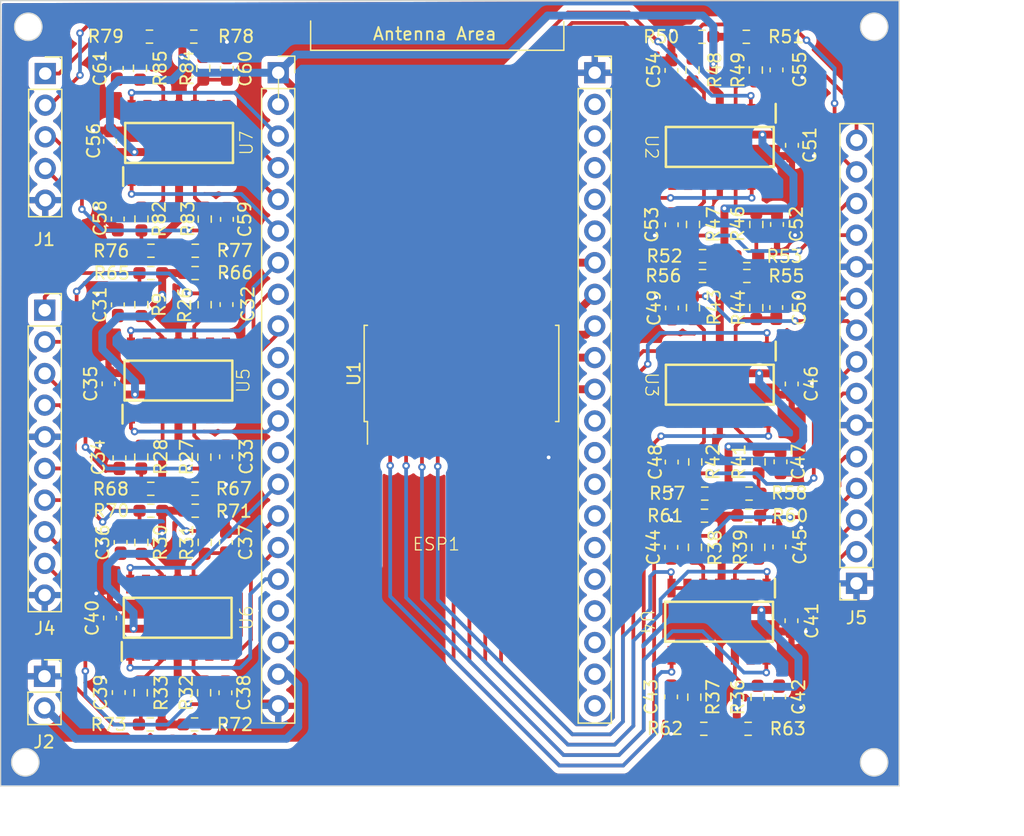
<source format=kicad_pcb>
(kicad_pcb (version 20240108) (generator "pcbnew") (generator_version "8.0")
  (title_block (title "FSR PCB") (date "31.03.2023") (rev "Vers. 1.0") (company "FAU") (comment 1 "Design by Mohamad Obada Tabak"))
  (layers (0 "F.Cu" signal) (31 "B.Cu" signal) (34 "B.Paste" user) (35 "F.Paste" user) (36 "B.SilkS" user "B.Silkscreen") (37 "F.SilkS" user "F.Silkscreen") (38 "B.Mask" user) (39 "F.Mask" user) (44 "Edge.Cuts" user))
  (net 0 "")
  (net 1 "+5V")
  (net 2 "GND")
  (net 3 "Net-(U5D-+)")
  (net 4 "Net-(U5C-+)")
  (net 5 "Net-(U5B-+)")
  (net 6 "Net-(U5A-+)")
  (net 7 "+3.3V")
  (net 8 "Net-(U6D-+)")
  (net 9 "Net-(U6C-+)")
  (net 10 "Net-(U6B-+)")
  (net 11 "Net-(U6A-+)")
  (net 12 "Net-(U4D-+)")
  (net 13 "Net-(U4C-+)")
  (net 14 "Net-(U4B-+)")
  (net 15 "Net-(U4A-+)")
  (net 16 "Net-(U3D-+)")
  (net 17 "Net-(U3C-+)")
  (net 18 "Net-(U3B-+)")
  (net 19 "Net-(U3A-+)")
  (net 20 "Net-(U2D-+)")
  (net 21 "Net-(U2C-+)")
  (net 22 "Net-(U2B-+)")
  (net 23 "Net-(U2A-+)")
  (net 24 "Net-(U7A-+)")
  (net 25 "Net-(U7B-+)")
  (net 26 "Net-(U7C-+)")
  (net 27 "Net-(U7D-+)")
  (net 28 "ADC1_0")
  (net 29 "ADC1_1")
  (net 30 "ADC1_2")
  (net 31 "ADC1_3")
  (net 32 "ADC1_4")
  (net 33 "ADC1_5")
  (net 34 "ADC1_6")
  (net 35 "SDA")
  (net 36 "SCL")
  (net 37 "ADC1_9")
  (net 38 "ADC2_0")
  (net 39 "ADC2_1")
  (net 40 "ADC2_2")
  (net 41 "ADC2_3")
  (net 42 "ADC2_4")
  (net 43 "E")
  (net 44 "ADC2_5")
  (net 45 "S3")
  (net 46 "S2")
  (net 47 "S1")
  (net 48 "S0")
  (net 49 "Net-(J4-Pin_1)")
  (net 50 "Net-(J4-Pin_2)")
  (net 51 "Net-(J4-Pin_3)")
  (net 52 "Net-(J4-Pin_4)")
  (net 53 "Net-(J4-Pin_6)")
  (net 54 "Net-(J4-Pin_7)")
  (net 55 "Net-(J4-Pin_8)")
  (net 56 "Net-(J4-Pin_9)")
  (net 57 "Net-(J5-Pin_2)")
  (net 58 "Net-(J5-Pin_3)")
  (net 59 "Net-(J5-Pin_4)")
  (net 60 "Net-(J5-Pin_5)")
  (net 61 "Net-(J5-Pin_7)")
  (net 62 "Net-(J5-Pin_8)")
  (net 63 "Net-(J5-Pin_9)")
  (net 64 "Net-(J5-Pin_10)")
  (net 65 "Net-(J5-Pin_12)")
  (net 66 "Net-(J5-Pin_13)")
  (net 67 "Net-(J5-Pin_14)")
  (net 68 "Net-(J5-Pin_15)")
  (net 69 "IN7")
  (net 70 "IN6")
  (net 71 "IN5")
  (net 72 "IN4")
  (net 73 "IN3")
  (net 74 "IN2")
  (net 75 "IN1")
  (net 76 "IN0")
  (net 77 "IN15")
  (net 78 "IN14")
  (net 79 "IN13")
  (net 80 "IN12")
  (net 81 "IN11")
  (net 82 "IN10")
  (net 83 "IN9")
  (net 84 "IN8")
  (net 85 "Net-(J1-Pin_1)")
  (net 86 "Net-(J1-Pin_2)")
  (net 87 "Net-(J1-Pin_3)")
  (net 88 "Net-(J1-Pin_4)")
  (footprint "Capacitor_SMD:C_0603_1608Metric_Pad1.08x0.95mm_HandSolder" (layer "F.Cu") (at 177.4 60.52 90)
    (property "Reference" "C49")
    (property "Value" "0.1uF" (hide yes))
  )
  (footprint "Resistor_SMD:R_0603_1608Metric_Pad0.98x0.95mm_HandSolder" (layer "F.Cu") (at 179.248 79.728 90)
    (property "Reference" "R38")
    (property "Value" "39k" (hide yes))
  )
  (footprint "Capacitor_SMD:C_0603_1608Metric_Pad1.08x0.95mm_HandSolder" (layer "F.Cu") (at 177.36 41.46 90)
    (property "Reference" "C54")
    (property "Value" "0.1uF" (hide yes))
  )
  (footprint "Capacitor_SMD:C_0603_1608Metric_Pad1.08x0.95mm_HandSolder" (layer "F.Cu") (at 177.33 91.73 -90)
    (property "Reference" "C43")
    (property "Value" "0.1uF" (hide yes))
  )
  (footprint "Capacitor_SMD:C_0603_1608Metric_Pad1.08x0.95mm_HandSolder" (layer "F.Cu") (at 185.79 41.42 90)
    (property "Reference" "C55")
    (property "Value" "0.1uF" (hide yes))
  )
  (footprint "Connector_PinSocket_2.54mm:PinSocket_1x02_P2.54mm_Vertical" (layer "F.Cu") (at 127.05 90.08)
    (property "Reference" "J2")
    (property "Value" "Conn_01x02_Socket" (hide yes))
  )
  (footprint "Resistor_SMD:R_0603_1608Metric_Pad0.98x0.95mm_HandSolder" (layer "F.Cu") (at 179.088 60.5 90)
    (property "Reference" "R43")
    (property "Value" "39k" (hide yes))
  )
  (footprint "Resistor_SMD:R_0603_1608Metric_Pad0.98x0.95mm_HandSolder" (layer "F.Cu") (at 184.13 41.43 90)
    (property "Reference" "R49")
    (property "Value" "39k" (hide yes))
  )
  (footprint "Resistor_SMD:R_0603_1608Metric_Pad0.98x0.95mm_HandSolder" (layer "F.Cu") (at 139.908 79.33 -90)
    (property "Reference" "R31")
    (property "Value" "39k" (hide yes))
  )
  (footprint "Capacitor_SMD:C_0603_1608Metric_Pad1.08x0.95mm_HandSolder" (layer "F.Cu") (at 133.158 79.34 90)
    (property "Reference" "C36")
    (property "Value" "0.1uF" (hide yes))
  )
  (footprint "Resistor_SMD:R_0603_1608Metric_Pad0.98x0.95mm_HandSolder" (layer "F.Cu") (at 179.27 72.878 -90)
    (property "Reference" "R42")
    (property "Value" "39k" (hide yes))
  )
  (footprint "Resistor_SMD:R_0603_1608Metric_Pad0.98x0.95mm_HandSolder" (layer "F.Cu") (at 139.135 75.0325)
    (property "Reference" "R67")
    (property "Value" "39k" (hide yes))
  )
  (footprint "Capacitor_SMD:C_0603_1608Metric_Pad1.08x0.95mm_HandSolder" (layer "F.Cu") (at 187.03 47.47 -90)
    (property "Reference" "C51")
    (property "Value" "0.1uF" (hide yes))
  )
  (footprint "Resistor_SMD:R_0603_1608Metric_Pad0.98x0.95mm_HandSolder" (layer "F.Cu") (at 179.812 38.763 180)
    (property "Reference" "R50")
    (property "Value" "39k" (hide yes))
  )
  (footprint "Resistor_SMD:R_0603_1608Metric_Pad0.98x0.95mm_HandSolder" (layer "F.Cu") (at 139.91 53.39 -90)
    (property "Reference" "R83")
    (property "Value" "39k" (hide yes))
  )
  (footprint "New-Library:ESP32-S2-Saola-1" (layer "F.Cu") (at 158.505 69.586)
    (property "Reference" "ESP1")
    (property "Value" "ESP32-S2-Saola-1")
  )
  (footprint "New-Library:MCP6044ISL" (layer "F.Cu") (at 181.24 47.6 -90)
    (property "Reference" "U2")
    (property "Value" "MCP6044")
  )
  (footprint "Resistor_SMD:R_0603_1608Metric_Pad0.98x0.95mm_HandSolder" (layer "F.Cu") (at 184.2695 91.7525 -90)
    (property "Reference" "R36")
    (property "Value" "39k" (hide yes))
  )
  (footprint "Resistor_SMD:R_0603_1608Metric_Pad0.98x0.95mm_HandSolder" (layer "F.Cu") (at 183.368 38.763)
    (property "Reference" "R51")
    (property "Value" "39k" (hide yes))
  )
  (footprint "New-Library:MCP6044ISL" (layer "F.Cu") (at 137.738 85.38 90)
    (property "Reference" "U6")
    (property "Value" "MCP6044")
  )
  (footprint "Resistor_SMD:R_0603_1608Metric_Pad0.98x0.95mm_HandSolder" (layer "F.Cu") (at 179.852 56.36 180)
    (property "Reference" "R52")
    (property "Value" "39k" (hide yes))
  )
  (footprint "Resistor_SMD:R_0603_1608Metric_Pad0.98x0.95mm_HandSolder" (layer "F.Cu") (at 180.01 77.188 180)
    (property "Reference" "R61")
    (property "Value" "39k" (hide yes))
  )
  (footprint "Resistor_SMD:R_0603_1608Metric_Pad0.98x0.95mm_HandSolder" (layer "F.Cu") (at 135.54 93.9425 180)
    (property "Reference" "R73")
    (property "Value" "39k" (hide yes))
  )
  (footprint "Resistor_SMD:R_0603_1608Metric_Pad0.98x0.95mm_HandSolder" (layer "F.Cu") (at 135.592 55.93 180)
    (property "Reference" "R76")
    (property "Value" "39k" (hide yes))
  )
  (footprint "Capacitor_SMD:C_0603_1608Metric_Pad1.08x0.95mm_HandSolder" (layer "F.Cu") (at 132.93 53.3825 -90)
    (property "Reference" "C58")
    (property "Value" "0.1uF" (hide yes))
  )
  (footprint "Capacitor_SMD:C_0603_1608Metric_Pad1.08x0.95mm_HandSolder" (layer "F.Cu") (at 185.77 60.49 90)
    (property "Reference" "C50")
    (property "Value" "0.1uF" (hide yes))
  )
  (footprint "Resistor_SMD:R_0603_1608Metric_Pad0.98x0.95mm_HandSolder" (layer "F.Cu") (at 139.03 38.75)
    (property "Reference" "R78")
    (property "Value" "39k" (hide yes))
  )
  (footprint "Resistor_SMD:R_0603_1608Metric_Pad0.98x0.95mm_HandSolder" (layer "F.Cu") (at 135.474 38.75 180)
    (property "Reference" "R79")
    (property "Value" "39k" (hide yes))
  )
  (footprint "Capacitor_SMD:C_0603_1608Metric_Pad1.08x0.95mm_HandSolder" (layer "F.Cu") (at 132.308 85.4 90)
    (property "Reference" "C40")
    (property "Value" "0.1uF" (hide yes))
  )
  (footprint "Capacitor_SMD:C_0603_1608Metric_Pad1.08x0.95mm_HandSolder" (layer "F.Cu") (at 132.187 66.6065 90)
    (property "Reference" "C35")
    (property "Value" "0.1uF" (hide yes))
  )
  (footprint "Resistor_SMD:R_0603_1608Metric_Pad0.98x0.95mm_HandSolder" (layer "F.Cu") (at 139.148 55.93)
    (property "Reference" "R77")
    (property "Value" "39k" (hide yes))
  )
  (footprint "Capacitor_SMD:C_0603_1608Metric_Pad1.08x0.95mm_HandSolder" (layer "F.Cu") (at 141.6835 41.2935 90)
    (property "Reference" "C60")
    (property "Value" "0.1uF" (hide yes))
  )
  (footprint "Capacitor_SMD:C_0603_1608Metric_Pad1.08x0.95mm_HandSolder" (layer "F.Cu") (at 177.348 79.728 90)
    (property "Reference" "C44")
    (property "Value" "0.1uF" (hide yes))
  )
  (footprint "Capacitor_SMD:C_0603_1608Metric_Pad1.08x0.95mm_HandSolder" (layer "F.Cu") (at 133.067 72.5365 -90)
    (property "Reference" "C34")
    (property "Value" "0.1uF" (hide yes))
  )
  (footprint "New-Library:MCP6044ISL" (layer "F.Cu") (at 137.85 47.28 90)
    (property "Reference" "U7")
    (property "Value" "MCP6044")
  )
  (footprint "Capacitor_SMD:C_0603_1608Metric_Pad1.08x0.95mm_HandSolder" (layer "F.Cu") (at 141.657 60.249 90)
    (property "Reference" "C32")
    (property "Value" "0.1uF" (hide yes))
  )
  (footprint "Capacitor_SMD:C_0603_1608Metric_Pad1.08x0.95mm_HandSolder" (layer "F.Cu") (at 186 91.73 -90)
    (property "Reference" "C42")
    (property "Value" "0.1uF" (hide yes))
  )
  (footprint "New-Library:MCP6044ISL" (layer "F.Cu") (at 137.797 66.3465 90)
    (property "Reference" "U5")
    (property "Value" "MCP6044")
  )
  (footprint "Capacitor_SMD:C_0603_1608Metric_Pad1.08x0.95mm_HandSolder" (layer "F.Cu") (at 177.38 72.888 -90)
    (property "Reference" "C48")
    (property "Value" "0.1uF" (hide yes))
  )
  (footprint "Resistor_SMD:R_0603_1608Metric_Pad0.98x0.95mm_HandSolder" (layer "F.Cu") (at 179.9565 94.2925 180)
    (property "Reference" "R62")
    (property "Value" "39k" (hide yes))
  )
  (footprint "Connector_PinSocket_2.54mm:PinSocket_1x15_P2.54mm_Vertical" (layer "F.Cu") (at 192.21 82.62 180)
    (property "Reference" "J5")
    (property "Value" "Conn_01x15_Socket" (hide yes))
  )
  (footprint "Resistor_SMD:R_0603_1608Metric_Pad0.98x0.95mm_HandSolder" (layer "F.Cu") (at 134.83 53.39 -90)
    (property "Reference" "R82")
    (property "Value" "39k" (hide yes))
  )
  (footprint "Resistor_SMD:R_0603_1608Metric_Pad0.98x0.95mm_HandSolder" (layer "F.Cu") (at 139.096 93.9425)
    (property "Reference" "R72")
    (property "Value" "39k" (hide yes))
  )
  (footprint "Resistor_SMD:R_0603_1608Metric_Pad0.98x0.95mm_HandSolder" (layer "F.Cu") (at 134.712 41.29 90)
    (property "Reference" "R85")
    (property "Value" "39k" (hide yes))
  )
  (footprint "Resistor_SMD:R_0603_1608Metric_Pad0.98x0.95mm_HandSolder" (layer "F.Cu") (at 135.5825 57.72 180)
    (property "Reference" "R65")
    (property "Value" "39k" (hide yes))
  )
  (footprint "Resistor_SMD:R_0603_1608Metric_Pad0.98x0.95mm_HandSolder" (layer "F.Cu") (at 134.822 79.34 -90)
    (property "Reference" "R30")
    (property "Value" "39k" (hide yes))
  )
  (footprint "Capacitor_SMD:C_0603_1608Metric_Pad1.08x0.95mm_HandSolder" (layer "F.Cu") (at 133.008 91.3825 -90)
    (property "Reference" "C39")
    (property "Value" "0.1uF" (hide yes))
  )
  (footprint "Resistor_SMD:R_0603_1608Metric_Pad0.98x0.95mm_HandSolder" (layer "F.Cu") (at 184.328 79.728 90)
    (property "Reference" "R39")
    (property "Value" "39k" (hide yes))
  )
  (footprint "Capacitor_SMD:C_0603_1608Metric_Pad1.08x0.95mm_HandSolder" (layer "F.Cu") (at 187.01 66.62 -90)
    (property "Reference" "C46")
    (property "Value" "0.1uF" (hide yes))
  )
  (footprint "Capacitor_SMD:C_0603_1608Metric_Pad1.08x0.95mm_HandSolder" (layer "F.Cu") (at 141.608 79.33 90)
    (property "Reference" "C37")
    (property "Value" "0.1uF" (hide yes))
  )
  (footprint "Resistor_SMD:R_0603_1608Metric_Pad0.98x0.95mm_HandSolder" (layer "F.Cu") (at 183.561 77.188)
    (property "Reference" "R60")
    (property "Value" "39k" (hide yes))
  )
  (footprint "Resistor_SMD:R_0603_1608Metric_Pad0.98x0.95mm_HandSolder" (layer "F.Cu") (at 179.05 41.43 90)
    (property "Reference" "R48")
    (property "Value" "39k" (hide yes))
  )
  (footprint "Connector_PinSocket_2.54mm:PinSocket_1x10_P2.54mm_Vertical" (layer "F.Cu") (at 127.07 60.7)
    (property "Reference" "J4")
    (property "Value" "Conn_01x10_Socket" (hide yes))
  )
  (footprint "Resistor_SMD:R_0603_1608Metric_Pad0.98x0.95mm_HandSolder" (layer "F.Cu") (at 134.817 72.4925 90)
    (property "Reference" "R28")
    (property "Value" "39k" (hide yes))
  )
  (footprint "Resistor_SMD:R_0603_1608Metric_Pad0.98x0.95mm_HandSolder" (layer "F.Cu") (at 184.35 72.878 -90)
    (property "Reference" "R41")
    (property "Value" "39k" (hide yes))
  )
  (footprint "Resistor_SMD:R_0603_1608Metric_Pad0.98x0.95mm_HandSolder" (layer "F.Cu") (at 179.09 53.82 -90)
    (property "Reference" "R47")
    (property "Value" "39k" (hide yes))
  )
  (footprint "Resistor_SMD:R_0603_1608Metric_Pad0.98x0.95mm_HandSolder" (layer "F.Cu") (at 139.9005 60.26 -90)
    (property "Reference" "R26")
    (property "Value" "39k" (hide yes))
  )
  (footprint "Capacitor_SMD:C_0603_1608Metric_Pad1.08x0.95mm_HandSolder" (layer "F.Cu") (at 141.69 53.4125 -90)
    (property "Reference" "C59")
    (property "Value" "0.1uF" (hide yes))
  )
  (footprint "Resistor_SMD:R_0603_1608Metric_Pad0.98x0.95mm_HandSolder" (layer "F.Cu") (at 183.588 75.418)
    (property "Reference" "R58")
    (property "Value" "39k" (hide yes))
  )
  (footprint "Resistor_SMD:R_0603_1608Metric_Pad0.98x0.95mm_HandSolder" (layer "F.Cu") (at 179.85 57.96 180)
    (property "Reference" "R56")
    (property "Value" "39k" (hide yes))
  )
  (footprint "Resistor_SMD:R_0603_1608Metric_Pad0.98x0.95mm_HandSolder" (layer "F.Cu") (at 139.858 91.4025 90)
    (property "Reference" "R32")
    (property "Value" "39k" (hide yes))
  )
  (footprint "Capacitor_SMD:C_0603_1608Metric_Pad1.08x0.95mm_HandSolder" (layer "F.Cu") (at 177.38 53.84 -90)
    (property "Reference" "C53")
    (property "Value" "0.1uF" (hide yes))
  )
  (footprint "Capacitor_SMD:C_0603_1608Metric_Pad1.08x0.95mm_HandSolder" (layer "F.Cu") (at 141.617 72.4665 -90)
    (property "Reference" "C33")
    (property "Value" "0.1uF" (hide yes))
  )
  (footprint "Resistor_SMD:R_0603_1608Metric_Pad0.98x0.95mm_HandSolder" (layer "F.Cu") (at 183.408 56.36)
    (property "Reference" "R53")
    (property "Value" "39k" (hide yes))
  )
  (footprint "Resistor_SMD:R_0603_1608Metric_Pad0.98x0.95mm_HandSolder" (layer "F.Cu") (at 135.579 75.0325 180)
    (property "Reference" "R68")
    (property "Value" "39k" (hide yes))
  )
  (footprint "Resistor_SMD:R_0603_1608Metric_Pad0.98x0.95mm_HandSolder" (layer "F.Cu") (at 184.17 53.82 -90)
    (property "Reference" "R46")
    (property "Value" "39k" (hide yes))
  )
  (footprint "Capacitor_SMD:C_0603_1608Metric_Pad1.08x0.95mm_HandSolder" (layer "F.Cu") (at 186.018 79.698 90)
    (property "Reference" "C45")
    (property "Value" "0.1uF" (hide yes))
  )
  (footprint "Resistor_SMD:R_0603_1608Metric_Pad0.98x0.95mm_HandSolder" (layer "F.Cu") (at 139.877 72.4925 90)
    (property "Reference" "R27")
    (property "Value" "39k" (hide yes))
  )
  (footprint "Resistor_SMD:R_0603_1608Metric_Pad0.98x0.95mm_HandSolder" (layer "F.Cu") (at 134.8205 60.26 -90)
    (property "Reference" "R9")
    (property "Value" "39k" (hide yes))
  )
  (footprint "Capacitor_SMD:C_0603_1608Metric_Pad1.08x0.95mm_HandSolder" (layer "F.Cu") (at 186.99 85.618 -90)
    (property "Reference" "C41")
    (property "Value" "0.1uF" (hide yes))
  )
  (footprint "Capacitor_SMD:C_0603_1608Metric_Pad1.08x0.95mm_HandSolder" (layer "F.Cu") (at 132.8535 41.2935 90)
    (property "Reference" "C61")
    (property "Value" "0.1uF" (hide yes))
  )
  (footprint "Capacitor_SMD:C_0603_1608Metric_Pad1.08x0.95mm_HandSolder" (layer "F.Cu") (at 185.83 53.82 -90)
    (property "Reference" "C52")
    (property "Value" "0.1uF" (hide yes))
  )
  (footprint "Resistor_SMD:R_0603_1608Metric_Pad0.98x0.95mm_HandSolder" (layer "F.Cu") (at 134.778 91.4025 90)
    (property "Reference" "R33")
    (property "Value" "39k" (hide yes))
  )
  (footprint "Resistor_SMD:R_0603_1608Metric_Pad0.98x0.95mm_HandSolder" (layer "F.Cu") (at 183.411 57.956)
    (property "Reference" "R55")
    (property "Value" "39k" (hide yes))
  )
  (footprint "New-Library:MCP6044ISL" (layer "F.Cu") (at 181.18 85.698 -90)
    (property "Reference" "U4")
    (property "Value" "MCP6044")
  )
  (footprint "Resistor_SMD:R_0603_1608Metric_Pad0.98x0.95mm_HandSolder" (layer "F.Cu") (at 135.59 76.79 180)
    (property "Reference" "R70")
    (property "Value" "39k" (hide yes))
  )
  (footprint "Resistor_SMD:R_0603_1608Metric_Pad0.98x0.95mm_HandSolder" (layer "F.Cu") (at 139.1385 57.72)
    (property "Reference" "R66")
    (property "Value" "39k" (hide yes))
  )
  (footprint "Connector_PinSocket_2.54mm:PinSocket_1x05_P2.54mm_Vertical" (layer "F.Cu") (at 127.11 41.71)
    (property "Reference" "J1")
    (property "Value" "Conn_01x05_Socket" (hide yes))
  )
  (footprint "New-Library:MCP6044ISL" (layer "F.Cu") (at 181.24 66.68 -90)
    (property "Reference" "U3")
    (property "Value" "MCP6044")
  )
  (footprint "Resistor_SMD:R_0603_1608Metric_Pad0.98x0.95mm_HandSolder" (layer "F.Cu") (at 180.033 75.418 180)
    (property "Reference" "R57")
    (property "Value" "39k" (hide yes))
  )
  (footprint "Resistor_SMD:R_0603_1608Metric_Pad0.98x0.95mm_HandSolder" (layer "F.Cu") (at 139.146 76.79)
    (property "Reference" "R71")
    (property "Value" "39k" (hide yes))
  )
  (footprint "Resistor_SMD:R_0603_1608Metric_Pad0.98x0.95mm_HandSolder" (layer "F.Cu") (at 179.1945 91.7525 -90)
    (property "Reference" "R37")
    (property "Value" "39k" (hide yes))
  )
  (footprint "Resistor_SMD:R_0603_1608Metric_Pad0.98x0.95mm_HandSolder" (layer "F.Cu") (at 139.792 41.29 90)
    (property "Reference" "R84")
    (property "Value" "39k" (hide yes))
  )
  (footprint "Capacitor_SMD:C_0603_1608Metric_Pad1.08x0.95mm_HandSolder" (layer "F.Cu") (at 132.937 60.269 90)
    (property "Reference" "C31")
    (property "Value" "0.1uF" (hide yes))
  )
  (footprint "Capacitor_SMD:C_0603_1608Metric_Pad1.08x0.95mm_HandSolder" (layer "F.Cu") (at 141.568 91.4025 -90)
    (property "Reference" "C38")
    (property "Value" "0.1uF" (hide yes))
  )
  (footprint "Capacitor_SMD:C_0603_1608Metric_Pad1.08x0.95mm_HandSolder" (layer "F.Cu") (at 132.31 47.15 90)
    (property "Reference" "C56")
    (property "Value" "0.1uF" (hide yes))
  )
  (footprint "Package_SO:SOIC-24W_7.5x15.4mm_P1.27mm" (layer "F.Cu") (at 160.512 65.776 90)
    (property "Reference" "U1")
    (property "Value" "CD74HC4067")
  )
  (footprint "Capacitor_SMD:C_0603_1608Metric_Pad1.08x0.95mm_HandSolder" (layer "F.Cu") (at 186.11 72.868 -90)
    (property "Reference" "C47")
    (property "Value" "0.1uF" (hide yes))
  )
  (footprint "Resistor_SMD:R_0603_1608Metric_Pad0.98x0.95mm_HandSolder" (layer "F.Cu") (at 184.168 60.5 90)
    (property "Reference" "R44")
    (property "Value" "39k" (hide yes))
  )
  (footprint "Resistor_SMD:R_0603_1608Metric_Pad0.98x0.95mm_HandSolder" (layer "F.Cu") (at 183.5125 94.2925)
    (property "Reference" "R63")
    (property "Value" "39k" (hide yes))
  )
  (gr_circle (center 125.75 37.96) (end 126.85 37.96) (stroke (width 0.1)) (fill none) (layer "Edge.Cuts"))
  (gr_circle (center 125.51 96.98) (end 126.61 96.98) (stroke (width 0.1)) (fill none) (layer "Edge.Cuts"))
  (gr_circle (center 193.62 96.98) (end 194.72 96.98) (stroke (width 0.1)) (fill none) (layer "Edge.Cuts"))
  (gr_circle (center 193.6252 37.96) (end 194.7252 37.96) (stroke (width 0.1)) (fill none) (layer "Edge.Cuts"))
  (gr_rect (start 123.53 35.86) (end 195.63 98.88) (stroke (width 0.1)) (fill none) (layer "Edge.Cuts"))
  (segment (start 146.542 89.906) (end 145.805 89.906) (width 0.635) (layer "B.Cu") (net 1))
  (segment (start 147.41 94.15) (end 147.41 90.774) (width 0.635) (layer "B.Cu") (net 1))
  (segment (start 129.56 95.09) (end 146.47 95.09) (width 0.635) (layer "B.Cu") (net 1))
  (segment (start 146.47 95.09) (end 147.41 94.15) (width 0.635) (layer "B.Cu") (net 1))
  (segment (start 127.05 92.62) (end 127.09 92.62) (width 0.635) (layer "B.Cu") (net 1))
  (segment (start 147.41 90.774) (end 146.542 89.906) (width 0.635) (layer "B.Cu") (net 1))
  (segment (start 127.09 92.62) (end 129.56 95.09) (width 0.635) (layer "B.Cu") (net 1))
  (segment (start 187.0845 78.8355) (end 187.77 78.15) (width 0.635) (layer "F.Cu") (net 2))
  (segment (start 187.01 67.4825) (end 187.7175 67.4825) (width 0.635) (layer "F.Cu") (net 2))
  (segment (start 131.969 73.399) (end 133.067 73.399) (width 0.635) (layer "F.Cu") (net 2))
  (segment (start 186.3875 40.5575) (end 187.86 42.03) (width 0.635) (layer "F.Cu") (net 2))
  (segment (start 141.608 78.4675) (end 141.608 77.282) (width 0.635) (layer "F.Cu") (net 2))
  (segment (start 181.7525 67.4825) (end 181.24 67.995) (width 0.635) (layer "F.Cu") (net 2))
  (segment (start 141.617 73.329) (end 141.617 74.673) (width 0.635) (layer "F.Cu") (net 2))
  (segment (start 177.348 78.8655) (end 177.348 77.548) (width 0.635) (layer "F.Cu") (net 2))
  (segment (start 137.2655 84.5375) (end 132.308 84.5375) (width 0.635) (layer "F.Cu") (net 2))
  (segment (start 133.158 78.4775) (end 132.5225 78.4775) (width 0.635) (layer "F.Cu") (net 2))
  (segment (start 131.52 72.95) (end 131.969 73.399) (width 0.635) (layer "F.Cu") (net 2))
  (segment (start 181.24 67.995) (end 181.24 69.38) (width 0.635) (layer "F.Cu") (net 2))
  (segment (start 137.0845 65.744) (end 132.187 65.744) (width 0.635) (layer "F.Cu") (net 2))
  (segment (start 141.657 59.3865) (end 141.657 58.013) (width 0.635) (layer "F.Cu") (net 2))
  (segment (start 177.4 59.6575) (end 176.1275 59.6575) (width 0.635) (layer "F.Cu") (net 2))
  (segment (start 167.504 72.514) (end 167.504 70.4352) (width 0.635) (layer "F.Cu") (net 2))
  (segment (start 132.31 46.2875) (end 136.9825 46.2875) (width 0.635) (layer "F.Cu") (net 2))
  (segment (start 186.018 78.8355) (end 187.0845 78.8355) (width 0.635) (layer "F.Cu") (net 2))
  (segment (start 132.937 59.4065) (end 132.9235 59.42) (width 0.635) (layer "F.Cu") (net 2))
  (segment (start 141.55 92.283) (end 141.55 94.01) (width 0.635) (layer "F.Cu") (net 2))
  (segment (start 141.6835 40.431) (end 141.6835 39.1765) (width 0.635) (layer "F.Cu") (net 2))
  (segment (start 182.0875 48.3325) (end 181.24 49.18) (width 0.635) (layer "F.Cu") (net 2))
  (segment (start 137.738 84.065) (end 137.2655 84.5375) (width 0.635) (layer "F.Cu") (net 2))
  (segment (start 132.9235 59.42) (end 131.327 59.42) (width 0.635) (layer "F.Cu") (net 2))
  (segment (start 141.608 77.282) (end 141.62 77.27) (width 0.635) (layer "F.Cu") (net 2))
  (segment (start 185.77 59.6275) (end 187.5225 59.6275) (width 0.635) (layer "F.Cu") (net 2))
  (segment (start 187.03 48.3325) (end 182.0875 48.3325) (width 0.635) (layer "F.Cu") (net 2))
  (segment (start 141.68 55.73) (end 141.68 54.285) (width 0.635) (layer "F.Cu") (net 2))
  (segment (start 177.33 92.5925) (end 177.33 94.7) (width 0.635) (layer "F.Cu") (net 2))
  (segment (start 187.3395 73.7305) (end 187.83 73.24) (width 0.635) (layer "F.Cu") (net 2))
  (segment (start 141.68 54.285) (end 141.69 54.275) (width 0.635) (layer "F.Cu") (net 2))
  (segment (start 141.657 58.013) (end 141.66 58.01) (width 0.635) (layer "F.Cu") (net 2))
  (segment (start 186 92.5925) (end 187.765 92.5925) (width 0.635) (layer "F.Cu") (net 2))
  (segment (start 131.76 91.87) (end 132.135 92.245) (width 0.635) (layer "F.Cu") (net 2))
  (segment (start 177.36 40.5975) (end 177.36 38.28) (width 0.635) (layer "F.Cu") (net 2))
  (segment (start 187.03 48.3325) (end 188.7675 48.3325) (width 0.635) (layer "F.Cu") (net 2))
  (segment (start 137.85 45.42) (end 137.85 44.58) (width 0.635) (layer "F.Cu") (net 2))
  (segment (start 136.9825 46.2875) (end 137.85 45.42) (width 0.635) (layer "F.Cu") (net 2))
  (segment (start 132.135 92.245) (end 133.008 92.245) (width 0.635) (layer "F.Cu") (net 2))
  (segment (start 132.31 46.2875) (end 130.9725 46.2875) (width 0.635) (layer "F.Cu") (net 2))
  (segment (start 182.2575 86.4805) (end 186.99 86.4805) (width 0.635) (layer "F.Cu") (net 2))
  (segment (start 187.01 67.4825) (end 181.7525 67.4825) (width 0.635) (layer "F.Cu") (net 2))
  (segment (start 131.76 90.16) (end 131.76 91.87) (width 0.635) (layer "F.Cu") (net 2))
  (segment (start 137.797 65.0315) (end 137.0845 65.744) (width 0.635) (layer "F.Cu") (net 2))
  (segment (start 137.797 63.6465) (end 137.797 65.0315) (width 0.635) (layer "F.Cu") (net 2))
  (segment (start 137.738 82.68) (end 137.738 84.065) (width 0.635) (layer "F.Cu") (net 2))
  (segment (start 181.18 88.398) (end 181.18 87.558) (width 0.635) (layer "F.Cu") (net 2))
  (segment (start 141.568 92.265) (end 145.624 92.265) (width 0.635) (layer "F.Cu") (net 2))
  (segment (start 186.99 86.4805) (end 188.1495 86.4805) (width 0.635) (layer "F.Cu") (net 2))
  (segment (start 131.52 71.57) (end 131.52 72.95) (width 0.635) (layer "F.Cu") (net 2))
  (segment (start 177.38 73.7505) (end 177.38 75.11) (width 0.635) (layer "F.Cu") (net 2))
  (segment (start 185.79 40.5575) (end 186.3875 40.5575) (width 0.635) (layer "F.Cu") (net 2))
  (segment (start 131.2005 83.43) (end 132.308 84.5375) (width 0.635) (layer "F.Cu") (net 2))
  (segment (start 132.5225 78.4775) (end 131.62 79.38) (width 0.635) (layer "F.Cu") (net 2))
  (segment (start 177.38 54.7025) (end 176.0275 54.7025) (width 0.635) (layer "F.Cu") (net 2))
  (segment (start 132.8535 40.431) (end 131.671 40.431) (width 0.635) (layer "F.Cu") (net 2))
  (segment (start 181.18 87.558) (end 182.2575 86.4805) (width 0.635) (layer "F.Cu") (net 2))
  (segment (start 185.83 54.6825) (end 187.2775 54.6825) (width 0.635) (layer "F.Cu") (net 2))
  (segment (start 186.11 73.7305) (end 187.3395 73.7305) (width 0.635) (layer "F.Cu") (net 2))
  (segment (start 131.19 52.505) (end 132.93 54.245) (width 0.635) (layer "F.Cu") (net 2))
  (segment (start 145.624 92.265) (end 145.805 92.446) (width 0.635) (layer "F.Cu") (net 2))
  (segment (start 187.7175 67.4825) (end 188.62 66.58) (width 0.635) (layer "F.Cu") (net 2))
  (segment (start 141.568 92.265) (end 141.55 92.283) (width 0.635) (layer "F.Cu") (net 2))
  (segment (start 181.24 49.18) (end 181.24 50.3) (width 0.635) (layer "F.Cu") (net 2))
  (via (at 187.86 42.03) (size 0.6) (drill 0.3) (layers "F.Cu" "B.Cu") (net 2))
  (via (at 188.78 48.32) (size 0.6) (drill 0.3) (layers "F.Cu" "B.Cu") (net 2))
  (via (at 177.38 75.11) (size 0.6) (drill 0.3) (layers "F.Cu" "B.Cu") (net 2))
  (via (at 131.62 79.38) (size 0.6) (drill 0.3) (layers "F.Cu" "B.Cu") (net 2))
  (via (at 130.9725 46.2875) (size 0.6) (drill 0.3) (layers "F.Cu" "B.Cu") (net 2))
  (via (at 177.33 94.7) (size 0.6) (drill 0.3) (layers "F.Cu" "B.Cu") (net 2))
  (via (at 141.55 94.01) (size 0.6) (drill 0.3) (layers "F.Cu" "B.Cu") (net 2))
  (via (at 141.62 77.27) (size 0.6) (drill 0.3) (layers "F.Cu" "B.Cu") (net 2))
  (via (at 187.83 73.24) (size 0.6) (drill 0.3) (layers "F.Cu" "B.Cu") (net 2))
  (via (at 167.504 72.514) (size 0.6) (drill 0.3) (layers "F.Cu" "B.Cu") (net 2))
  (via (at 131.19 52.505) (size 0.6) (drill 0.3) (layers "F.Cu" "B.Cu") (net 2))
  (via (at 131.327 59.42) (size 0.6) (drill 0.3) (layers "F.Cu" "B.Cu") (net 2))
  (via (at 187.77 78.15) (size 0.6) (drill 0.3) (layers "F.Cu" "B.Cu") (net 2))
  (via (at 187.5225 59.6275) (size 0.6) (drill 0.3) (layers "F.Cu" "B.Cu") (net 2))
  (via (at 141.617 74.673) (size 0.6) (drill 0.3) (layers "F.Cu" "B.Cu") (net 2))
  (via (at 141.66 58.01) (size 0.6) (drill 0.3) (layers "F.Cu" "B.Cu") (net 2))
  (via (at 187.765 92.5925) (size 0.6) (drill 0.3) (layers "F.Cu" "B.Cu") (net 2))
  (via (at 177.36 38.28) (size 0.6) (drill 0.3) (layers "F.Cu" "B.Cu") (net 2))
  (via (at 131.52 71.57) (size 0.6) (drill 0.3) (layers "F.Cu" "B.Cu") (net 2))
  (via (at 177.34 77.54) (size 0.6) (drill 0.3) (layers "F.Cu" "B.Cu") (net 2))
  (via (at 131.671 40.431) (size 0.6) (drill 0.3) (layers "F.Cu" "B.Cu") (net 2))
  (via (at 176.02 54.71) (size 0.6) (drill 0.3) (layers "F.Cu" "B.Cu") (net 2))
  (via (at 131.76 90.16) (size 0.6) (drill 0.3) (layers "F.Cu" "B.Cu") (net 2))
  (via (at 131.2005 83.43) (size 0.6) (drill 0.3) (layers "F.Cu" "B.Cu") (net 2))
  (via (at 176.1275 59.6575) (size 0.6) (drill 0.3) (layers "F.Cu" "B.Cu") (net 2))
  (via (at 141.68 55.73) (size 0.6) (drill 0.3) (layers "F.Cu" "B.Cu") (net 2))
  (via (at 188.62 66.58) (size 0.6) (drill 0.3) (layers "F.Cu" "B.Cu") (net 2))
  (via (at 141.6835 39.1765) (size 0.6) (drill 0.3) (layers "F.Cu" "B.Cu") (net 2))
  (via (at 187.2775 54.6825) (size 0.6) (drill 0.3) (layers "F.Cu" "B.Cu") (net 2))
  (via (at 188.1495 86.4805) (size 0.6) (drill 0.3) (layers "F.Cu" "B.Cu") (net 2))
  (segment (start 134.8205 61.1725) (end 136.527 62.879) (width 0.3) (layer "F.Cu") (net 3))
  (segment (start 136.527 62.879) (end 136.527 63.6465) (width 0.3) (layer "F.Cu") (net 3))
  (segment (start 132.937 61.1315) (end 134.7795 61.1315) (width 0.3) (layer "F.Cu") (net 3))
  (segment (start 134.7795 61.1315) (end 134.8205 61.1725) (width 0.3) (layer "F.Cu") (net 3))
  (segment (start 141.657 61.1115) (end 139.9615 61.1115) (width 0.3) (layer "F.Cu") (net 4))
  (segment (start 139.9615 61.1115) (end 139.9005 61.1725) (width 0.3) (layer "F.Cu") (net 4))
  (segment (start 139.9005 61.1725) (end 139.067 62.006) (width 0.3) (layer "F.Cu") (net 4))
  (segment (start 139.067 62.006) (end 139.067 63.6465) (width 0.3) (layer "F.Cu") (net 4))
  (segment (start 141.593 71.58) (end 141.617 71.604) (width 0.3) (layer "F.Cu") (net 5))
  (segment (start 139.877 71.58) (end 139.067 70.77) (width 0.3) (layer "F.Cu") (net 5))
  (segment (start 139.067 70.77) (end 139.067 69.0465) (width 0.3) (layer "F.Cu") (net 5))
  (segment (start 139.877 71.58) (end 141.593 71.58) (width 0.3) (layer "F.Cu") (net 5))
  (segment (start 136.08 71.58) (end 136.527 71.133) (width 0.3) (layer "F.Cu") (net 6))
  (segment (start 133.067 71.674) (end 134.723 71.674) (width 0.3) (layer "F.Cu") (net 6))
  (segment (start 134.817 71.58) (end 136.08 71.58) (width 0.3) (layer "F.Cu") (net 6))
  (segment (start 134.723 71.674) (end 134.817 71.58) (width 0.3) (layer "F.Cu") (net 6))
  (segment (start 136.527 71.133) (end 136.527 69.0465) (width 0.3) (layer "F.Cu") (net 6))
  (segment (start 137.738 90.212) (end 136.4525 91.4975) (width 0.635) (layer "F.Cu") (net 7))
  (segment (start 180.7625 57.96) (end 181.24 58.4375) (width 0.635) (layer "F.Cu") (net 7))
  (segment (start 182.4955 56.36) (end 182.4955 57.953) (width 0.635) (layer "F.Cu") (net 7))
  (segment (start 181.24 58.4375) (end 181.24 63.98) (width 0.635) (layer "F.Cu") (net 7))
  (segment (start 137.738 88.08) (end 137.738 90.212) (width 0.635) (layer "F.Cu") (net 7))
  (segment (start 180.9225 77.188) (end 181.385 77.6505) (width 0.635) (layer "F.Cu") (net 7))
  (segment (start 182.6755 77.161) (end 182.6485 77.188) (width 0.635) (layer "F.Cu") (net 7))
  (segment (start 180.9455 75.418) (end 182.6755 75.418) (width 0.635) (layer "F.Cu") (net 7))
  (segment (start 181.385 77.6505) (end 181.385 82.793) (width 0.635) (layer "F.Cu") (net 7))
  (segment (start 138.2225 75.0325) (end 136.4915 75.0325) (width 0.635) (layer "F.Cu") (net 7))
  (segment (start 138.1175 38.75) (end 138.1175 40.4025) (width 0.635) (layer "F.Cu") (net 7))
  (segment (start 134.1975 86.2625) (end 134.2 86.26) (width 0.635) (layer "F.Cu") (net 7))
  (segment (start 134.2 86.26) (end 134.2025 86.2625) (width 0.635) (layer "F.Cu") (net 7))
  (segment (start 137.3055 86.2625) (end 137.738 86.695) (width 0.635) (layer "F.Cu") (net 7))
  (segment (start 182.6755 75.418) (end 182.6755 77.161) (width 0.635) (layer "F.Cu") (net 7))
  (segment (start 136.5045 55.93) (end 138.2355 55.93) (width 0.635) (layer "F.Cu") (net 7))
  (segment (start 136.879 67.469) (end 137.797 68.387) (width 0.635) (layer "F.Cu") (net 7))
  (segment (start 181.24 63.98) (end 181.24 65.365) (width 0.635) (layer "F.Cu") (net 7))
  (segment (start 137.797 71.223) (end 136.4915 72.5285) (width 0.635) (layer "F.Cu") (net 7))
  (segment (start 184.5855 84.7555) (end 186.99 84.7555) (width 0.635) (layer "F.Cu") (net 7))
  (segment (start 180.7645 56.36) (end 182.4955 56.36) (width 0.635) (layer "F.Cu") (net 7))
  (segment (start 186.9975 65.77) (end 187.01 65.7575) (width 0.635) (layer "F.Cu") (net 7))
  (segment (start 138.2355 55.93) (end 138.2355 57.7105) (width 0.635) (layer "F.Cu") (net 7))
  (segment (start 137.85 49.14) (end 137.85 49.98) (width 0.635) (layer "F.Cu") (net 7))
  (segment (start 182.6 94.2925) (end 182.6 92.64) (width 0.635) (layer "F.Cu") (net 7))
  (segment (start 180.7665 57.956) (end 180.7625 57.96) (width 0.635) (layer "F.Cu") (net 7))
  (segment (start 182.6 94.2925) (end 180.869 94.2925) (width 0.635) (layer "F.Cu") (net 7))
  (segment (start 187.0275 46.61) (end 187.03 46.6075) (width 0.635) (layer "F.Cu") (net 7))
  (segment (start 136.4915 72.5285) (end 136.4915 75.0325) (width 0.635) (layer "F.Cu") (net 7))
  (segment (start 181.94 74.6825) (end 182.6755 75.418) (width 0.635) (layer "F.Cu") (net 7))
  (segment (start 181.18 84.383) (end 181.18 82.998) (width 0.635) (layer "F.Cu") (net 7))
  (segment (start 132.31 48.0125) (end 134.2675 48.0125) (width 0.635) (layer "F.Cu") (net 7))
  (segment (start 184.665 46.61) (end 187.0275 46.61) (width 0.635) (layer "F.Cu") (net 7))
  (segment (start 136.495 59.455) (end 136.495 57.72) (width 0.635) (layer "F.Cu") (net 7))
  (segment (start 137.738 86.695) (end 137.738 88.08) (width 0.635) (layer "F.Cu") (net 7))
  (segment (start 134.2025 86.2625) (end 137.3055 86.2625) (width 0.635) (layer "F.Cu") (net 7))
  (segment (start 138.1835 93.9425) (end 136.4525 93.9425) (width 0.635) (layer "F.Cu") (net 7))
  (segment (start 137.85 53.47) (end 136.5045 54.8155) (width 0.635) (layer "F.Cu") (net 7))
  (segment (start 137.797 68.387) (end 137.797 69.0465) (width 0.635) (layer "F.Cu") (net 7))
  (segment (start 138.2225 76.779) (end 138.2335 76.79) (width 0.635) (layer "F.Cu") (net 7))
  (segment (start 182.4985 57.956) (end 180.7665 57.956) (width 0.635) (layer "F.Cu") (net 7))
  (segment (start 180.7245 42.8855) (end 181.24 43.401) (width 0.635) (layer "F.Cu") (net 7))
  (segment (start 181.61 55.4745) (end 182.4955 56.36) (width 0.635) (layer "F.Cu") (net 7))
  (segment (start 181.24 43.401) (end 181.24 44.9) (width 0.635) (layer "F.Cu") (net 7))
  (segment (start 136.49 76.8025) (end 136.49 78.615) (width 0.635) (layer "F.Cu") (net 7))
  (segment (start 136.5045 54.8155) (end 136.5045 55.93) (width 0.635) (layer "F.Cu") (net 7))
  (segment (start 184.415 65.77) (end 186.9975 65.77) (width 0.635) (layer "F.Cu") (net 7))
  (segment (start 180.7245 38.763) (end 182.4555 38.763) (width 0.635) (layer "F.Cu") (net 7))
  (segment (start 137.85 49.98) (end 137.85 53.47) (width 0.635) (layer "F.Cu") (net 7))
  (segment (start 136.7225 48.0125) (end 137.85 49.14) (width 0.635) (layer "F.Cu") (net 7))
  (segment (start 136.495 57.72) (end 138.226 57.72) (width 0.635) (layer "F.Cu") (net 7))
  (segment (start 136.5025 76.79) (end 136.49 76.8025) (width 0.635) (layer "F.Cu") (net 7))
  (segment (start 138.2355 57.7105) (end 138.226 57.72) (width 0.635) (layer "F.Cu") (net 7))
  (segment (start 180.7245 38.763) (end 180.7245 40.9555) (width 0.635) (layer "F.Cu") (net 7))
  (segment (start 181.24 65.365) (end 181.6325 65.7575) (width 0.635) (layer "F.Cu") (net 7))
  (segment (start 153.527 49.368) (end 145.805 41.646) (width 0.635) (layer "F.Cu") (net 7))
  (segment (start 134.311 67.469) (end 132.187 67.469) (width 0.635) (layer "F.Cu") (net 7))
  (segment (start 181.6325 65.7575) (end 184.4025 65.7575) (width 0.635) (layer "F.Cu") (net 7))
  (segment (start 134.311 67.469) (end 136.879 67.469) (width 0.635) (layer "F.Cu") (net 7))
  (segment (start 153.527 61.126) (end 153.527 49.368) (width 0.635) (layer "F.Cu") (net 7))
  (segment (start 181.5625 46.6075) (end 184.6575 46.6075) (width 0.635) (layer "F.Cu") (net 7))
  (segment (start 138.2225 75.0325) (end 138.2225 76.779) (width 0.635) (layer "F.Cu") (net 7))
  (segment (start 181.385 82.793) (end 181.18 82.998) (width 0.635) (layer "F.Cu") (net 7))
  (segment (start 132.308 86.2625) (end 134.1975 86.2625) (width 0.635) (layer "F.Cu") (net 7))
  (segment (start 184.6625 46.6075) (end 184.665 46.61) (width 0.635) (layer "F.Cu") (net 7))
  (segment (start 181.24 46.285) (end 181.5625 46.6075) (width 0.635) (layer "F.Cu") (net 7))
  (segment (start 134.2725 48.0125) (end 136.7225 48.0125) (width 0.635) (layer "F.Cu") (net 7))
  (segment (start 180.9225 77.188) (end 182.6485 77.188) (width 0.635) (layer "F.Cu") (net 7))
  (segment (start 181.5525 84.7555) (end 181.18 84.383) (width 0.635) (layer "F.Cu") (net 7))
  (segment (start 136.3865 38.75) (end 138.1175 38.75) (width 0.635) (layer "F.Cu") (net 7))
  (segment (start 181.61 52.53) (end 181.61 55.4745) (width 0.635) (layer "F.Cu") (net 7))
  (segment (start 184.5745 84.7555) (end 181.5525 84.7555) (width 0.635) (layer "F.Cu") (net 7))
  (segment (start 136.5025 76.79) (end 138.2335 76.79) (width 0.635) (layer "F.Cu") (net 7))
  (segment (start 136.4525 91.4975) (end 136.4525 93.9425) (width 0.635) (layer "F.Cu") (net 7))
  (segment (start 137.797 69.0465) (end 137.797 71.223) (width 0.635) (layer "F.Cu") (net 7))
  (segment (start 180.7245 40.9645) (end 180.7245 42.8855) (width 0.635) (layer "F.Cu") (net 7))
  (segment (start 181.24 44.9) (end 181.24 46.285) (width 0.635) (layer "F.Cu") (net 7))
  (segment (start 181.94 71.64) (end 181.94 74.6825) (width 0.635) (layer "F.Cu") (net 7))
  (via (at 184.4025 65.7575) (size 0.6) (drill 0.3) (layers "F.Cu" "B.Cu") (net 7))
  (via (at 136.49 78.615) (size 0.6) (drill 0.3) (layers "F.Cu" "B.Cu") (net 7))
  (via (at 181.94 71.64) (size 0.6) (drill 0.3) (layers "F.Cu" "B.Cu") (net 7))
  (via (at 134.2 86.26) (size 0.6) (drill 0.3) (layers "F.Cu" "B.Cu") (net 7))
  (via (at 181.61 52.53) (size 0.6) (drill 0.3) (layers "F.Cu" "B.Cu") (net 7))
  (via (at 138.09 40.43) (size 0.6) (drill 0.3) (layers "F.Cu" "B.Cu") (net 7))
  (via (at 134.27 48.01) (size 0.6) (drill 0.3) (layers "F.Cu" "B.Cu") (net 7))
  (via (at 134.311 67.469) (size 0.6) (drill 0.3) (layers "F.Cu" "B.Cu") (net 7))
  (via (at 184.66 46.61) (size 0.6) (drill 0.3) (layers "F.Cu" "B.Cu") (net 7))
  (via (at 182.6 92.64) (size 0.6) (drill 0.3) (layers "F.Cu" "B.Cu") (net 7))
  (via (at 180.72 40.96) (size 0.6) (drill 0.3) (layers "F.Cu" "B.Cu") (net 7))
  (via (at 136.495 59.455) (size 0.6) (drill 0.3) (layers "F.Cu" "B.Cu") (net 7))
  (via (at 184.5745 84.7555) (size 0.6) (drill 0.3) (layers "F.Cu" "B.Cu") (net 7))
  (segment (start 135.87 80.25) (end 133 80.25) (width 0.635) (layer "B.Cu") (net 7))
  (segment (start 131.69 63.84) (end 131.69 62.52) (width 0.635) (layer "B.Cu") (net 7))
  (segment (start 132.3 46.04) (end 134.27 48.01) (width 0.635) (layer "B.Cu") (net 7))
  (segment (start 186.77 52.54) (end 181.62 52.54) (width 0.635) (layer "B.Cu") (net 7))
  (segment (start 138.09 40.43) (end 139.306 41.646) (width 0.635) (layer "B.Cu") (net 7))
  (segment (start 134.2 84.97) (end 134.2 86.26) (width 0.635) (layer "B.Cu") (net 7))
  (segment (start 136.495 60.235) (end 136.495 59.455) (width 0.635) (layer "B.Cu") (net 7))
  (segment (start 132.3 42.95) (end 132.3 46.04) (width 0.635) (layer "B.Cu") (net 7))
  (segment (start 184.5745 84.7555) (end 184.5745 85.6145) (width 0.635) (layer "B.Cu") (net 7))
  (segment (start 132.08 81.17) (end 132.08 82.85) (width 0.635) (layer "B.Cu") (net 7))
  (segment (start 132.08 82.85) (end 134.2 84.97) (width 0.635) (layer "B.Cu") (net 7))
  (segment (start 187.19 90.92) (end 183.06 90.92) (width 0.635) (layer "B.Cu") (net 7))
  (segment (start 184.66 46.61) (end 184.66 47.37) (width 0.635) (layer "B.Cu") (net 7))
  (segment (start 187.93 71.14) (end 187.42 71.65) (width 0.635) (layer "B.Cu") (net 7))
  (segment (start 180.72 40.96) (end 180.72 37.91) (width 0.635) (layer "B.Cu") (net 7))
  (segment (start 187.42 71.65) (end 181.93 71.64) (width 0.635) (layer "B.Cu") (net 7))
  (segment (start 138.09 41.43) (end 137.29 42.23) (width 0.635) (layer "B.Cu") (net 7))
  (segment (start 187.15 49.86) (end 187.15 52.16) (width 0.635) (layer "B.Cu") (net 7))
  (segment (start 184.66 47.37) (end 187.15 49.86) (width 0.635) (layer "B.Cu") (net 7))
  (segment (start 147.261 40.19) (end 145.805 41.646) (width 0.635) (layer "B.Cu") (net 7))
  (segment (start 136.49 79.63) (end 135.87 80.25) (width 0.635) (layer "B.Cu") (net 7))
  (segment (start 182.6 91.38) (end 182.6 92.64) (width 0.635) (layer "B.Cu") (net 7))
  (segment (start 187.55 88.59) (end 187.55 90.56) (width 0.635) (layer "B.Cu") (net 7))
  (segment (start 133.02 42.23) (end 132.3 42.95) (width 0.635) (layer "B.Cu") (net 7))
  (segment (start 133 80.25) (end 132.08 81.17) (width 0.635) (layer "B.Cu") (net 7))
  (segment (start 183.06 90.92) (end 182.6 91.38) (width 0.635) (layer "B.Cu") (net 7))
  (segment (start 179.87 37.06) (end 167.42 37.06) (width 0.635) (layer "B.Cu") (net 7))
  (segment (start 138.09 40.43) (end 138.09 41.43) (width 0.635) (layer "B.Cu") (net 7))
  (segment (start 184.5745 85.6145) (end 187.55 88.59) (width 0.635) (layer "B.Cu") (net 7))
  (segment (start 136.49 78.615) (end 136.49 79.63) (width 0.635) (layer "B.Cu") (net 7))
  (segment (start 184.4025 65.7575) (end 184.4025 66.5125) (width 0.635) (layer "B.Cu") (net 7))
  (segment (start 134.311 67.469) (end 134.311 66.461) (width 0.635) (layer "B.Cu") (net 7))
  (segment (start 187.15 52.16) (end 186.77 52.54) (width 0.635) (layer "B.Cu") (net 7))
  (segment (start 133 61.21) (end 135.52 61.21) (width 0.635) (layer "B.Cu") (net 7))
  (segment (start 164.29 40.19) (end 147.261 40.19) (width 0.635) (layer "B.Cu") (net 7))
  (segment (start 180.72 37.91) (end 179.87 37.06) (width 0.635) (layer "B.Cu") (net 7))
  (segment (start 187.93 70.04) (end 187.93 71.14) (width 0.635) (layer "B.Cu") (net 7))
  (segment (start 187.55 90.56) (end 187.19 90.92) (width 0.635) (layer "B.Cu") (net 7))
  (segment (start 139.306 41.646) (end 145.805 41.646) (width 0.635) (layer "B.Cu") (net 7))
  (segment (start 137.29 42.23) (end 133.02 42.23) (width 0.635) (layer "B.Cu") (net 7))
  (segment (start 184.4025 66.5125) (end 187.93 70.04) (width 0.635) (layer "B.Cu") (net 7))
  (segment (start 135.52 61.21) (end 136.495 60.235) (width 0.635) (layer "B.Cu") (net 7))
  (segment (start 134.311 66.461) (end 131.69 63.84) (width 0.635) (layer "B.Cu") (net 7))
  (segment (start 167.42 37.06) (end 164.29 40.19) (width 0.635) (layer "B.Cu") (net 7))
  (segment (start 131.69 62.52) (end 133 61.21) (width 0.635) (layer "B.Cu") (net 7))
  (segment (start 134.822 80.2525) (end 136.468 81.8985) (width 0.3) (layer "F.Cu") (net 8))
  (segment (start 134.772 80.2025) (end 134.822 80.2525) (width 0.3) (layer "F.Cu") (net 8))
  (segment (start 136.468 81.8985) (end 136.468 82.68) (width 0.3) (layer "F.Cu") (net 8))
  (segment (start 133.158 80.2025) (end 134.772 80.2025) (width 0.3) (layer "F.Cu") (net 8))
  (segment (start 139.958 80.1925) (end 139.908 80.2425) (width 0.3) (layer "F.Cu") (net 9))
  (segment (start 141.608 80.1925) (end 139.958 80.1925) (width 0.3) (layer "F.Cu") (net 9))
  (segment (start 139.908 80.2425) (end 139.008 81.1425) (width 0.3) (layer "F.Cu") (net 9))
  (segment (start 139.008 81.1425) (end 139.008 82.68) (width 0.3) (layer "F.Cu") (net 9))
  (segment (start 139.008 89.64) (end 139.858 90.49) (width 0.3) (layer "F.Cu") (net 10))
  (segment (start 141.568 90.54) (end 139.908 90.54) (width 0.3) (layer "F.Cu") (net 10))
  (segment (start 139.908 90.54) (end 139.858 90.49) (width 0.3) (layer "F.Cu") (net 10))
  (segment (start 139.008 88.08) (end 139.008 89.64) (width 0.3) (layer "F.Cu") (net 10))
  (segment (start 134.778 90.49) (end 133.038 90.49) (width 0.3) (layer "F.Cu") (net 11))
  (segment (start 136.468 88.08) (end 136.468 88.8) (width 0.3) (layer "F.Cu") (net 11))
  (segment (start 133.038 90.49) (end 133.008 90.52) (width 0.3) (layer "F.Cu") (net 11))
  (segment (start 136.468 88.8) (end 134.778 90.49) (width 0.3) (layer "F.Cu") (net 11))
  (segment (start 184.297 90.8675) (end 184.2695 90.84) (width 0.3) (layer "F.Cu") (net 12))
  (segment (start 182.45 90.1) (end 182.45 88.398) (width 0.3) (layer "F.Cu") (net 12))
  (segment (start 186 90.8675) (end 184.297 90.8675) (width 0.3) (layer "F.Cu") (net 12))
  (segment (start 183.19 90.84) (end 182.45 90.1) (width 0.3) (layer "F.Cu") (net 12))
  (segment (start 184.2695 90.84) (end 183.19 90.84) (width 0.3) (layer "F.Cu") (net 12))
  (segment (start 177.33 90.8675) (end 179.167 90.8675) (width 0.3) (layer "F.Cu") (net 13))
  (segment (start 179.91 90.1245) (end 179.91 88.398) (width 0.3) (layer "F.Cu") (net 13))
  (segment (start 179.1945 90.84) (end 179.91 90.1245) (width 0.3) (layer "F.Cu") (net 13))
  (segment (start 179.167 90.8675) (end 179.1945 90.84) (width 0.3) (layer "F.Cu") (net 13))
  (segment (start 179.248 80.6405) (end 177.398 80.6405) (width 0.3) (layer "F.Cu") (net 14))
  (segment (start 179.248 80.6405) (end 179.91 81.3025) (width 0.3) (layer "F.Cu") (net 14))
  (segment (start 177.398 80.6405) (end 177.348 80.5905) (width 0.3) (layer "F.Cu") (net 14))
  (segment (start 179.91 81.3025) (end 179.91 82.998) (width 0.3) (layer "F.Cu") (net 14))
  (segment (start 182.45 81.56) (end 182.45 82.998) (width 0.3) (layer "F.Cu") (net 15))
  (segment (start 183.3695 80.6405) (end 182.45 81.56) (width 0.3) (layer "F.Cu") (net 15))
  (segment (start 184.328 80.6405) (end 183.3695 80.6405) (width 0.3) (layer "F.Cu") (net 15))
  (segment (start 184.408 80.5605) (end 184.328 80.6405) (width 0.3) (layer "F.Cu") (net 15))
  (segment (start 186.018 80.5605) (end 184.408 80.5605) (width 0.3) (layer "F.Cu") (net 15))
  (segment (start 182.51 69.38) (end 182.51 70.1255) (width 0.3) (layer "F.Cu") (net 16))
  (segment (start 184.39 72.0055) (end 184.35 71.9655) (width 0.3) (layer "F.Cu") (net 16))
  (segment (start 182.51 70.1255) (end 184.35 71.9655) (width 0.3) (layer "F.Cu") (net 16))
  (segment (start 186.11 72.0055) (end 184.39 72.0055) (width 0.3) (layer "F.Cu") (net 16))
  (segment (start 179.21 72.0255) (end 179.27 71.9655) (width 0.3) (layer "F.Cu") (net 17))
  (segment (start 177.38 72.0255) (end 179.21 72.0255) (width 0.3) (layer "F.Cu") (net 17))
  (segment (start 179.97 71.2655) (end 179.27 71.9655) (width 0.3) (layer "F.Cu") (net 17))
  (segment (start 179.97 69.38) (end 179.97 71.2655) (width 0.3) (layer "F.Cu") (net 17))
  (segment (start 179.97 63.98) (end 179.97 62.2945) (width 0.3) (layer "F.Cu") (net 18))
  (segment (start 179.97 62.2945) (end 179.088 61.4125) (width 0.3) (layer "F.Cu") (net 18))
  (segment (start 177.4 61.3825) (end 179.058 61.3825) (width 0.3) (layer "F.Cu") (net 18))
  (segment (start 179.058 61.3825) (end 179.088 61.4125) (width 0.3) (layer "F.Cu") (net 18))
  (segment (start 183.0875 61.4125) (end 184.168 61.4125) (width 0.3) (layer "F.Cu") (net 19))
  (segment (start 184.228 61.3525) (end 184.168 61.4125) (width 0.3) (layer "F.Cu") (net 19))
  (segment (start 185.77 61.3525) (end 184.228 61.3525) (width 0.3) (layer "F.Cu") (net 19))
  (segment (start 182.51 63.98) (end 182.51 61.99) (width 0.3) (layer "F.Cu") (net 19))
  (segment (start 182.51 61.99) (end 183.0875 61.4125) (width 0.3) (layer "F.Cu") (net 19))
  (segment (start 182.51 52.38) (end 182.51 50.3) (width 0.3) (layer "F.Cu") (net 20))
  (segment (start 182.52 52.39) (end 182.51 52.38) (width 0.3) (layer "F.Cu") (net 20))
  (segment (start 184.17 52.9075) (end 183.0375 52.9075) (width 0.3) (layer "F.Cu") (net 20))
  (segment (start 183.0375 52.9075) (end 182.52 52.39) (width 0.3) (layer "F.Cu") (net 20))
  (segment (start 184.17 52.9075) (end 185.78 52.9075) (width 0.3) (layer "F.Cu") (net 20))
  (segment (start 185.78 52.9075) (end 185.83 52.9575) (width 0.3) (layer "F.Cu") (net 20))
  (segment (start 179.97 52.0075) (end 179.97 50.3) (width 0.3) (layer "F.Cu") (net 21))
  (segment (start 177.38 52.9775) (end 179.02 52.9775) (width 0.3) (layer "F.Cu") (net 21))
  (segment (start 179.98 52.0175) (end 179.97 52.0075) (width 0.3) (layer "F.Cu") (net 21))
  (segment (start 179.09 52.9075) (end 179.98 52.0175) (width 0.3) (layer "F.Cu") (net 21))
  (segment (start 179.02 52.9775) (end 179.09 52.9075) (width 0.3) (layer "F.Cu") (net 21))
  (segment (start 179.05 42.3425) (end 179.97 43.2625) (width 0.3) (layer "F.Cu") (net 22))
  (segment (start 179.03 42.3225) (end 179.05 42.3425) (width 0.3) (layer "F.Cu") (net 22))
  (segment (start 179.97 43.2625) (end 179.97 44.9) (width 0.3) (layer "F.Cu") (net 22))
  (segment (start 177.36 42.3225) (end 179.03 42.3225) (width 0.3) (layer "F.Cu") (net 22))
  (segment (start 183.0175 42.3425) (end 182.51 42.85) (width 0.3) (layer "F.Cu") (net 23))
  (segment (start 184.19 42.2825) (end 184.13 42.3425) (width 0.3) (layer "F.Cu") (net 23))
  (segment (start 184.13 42.3425) (end 183.0175 42.3425) (width 0.3) (layer "F.Cu") (net 23))
  (segment (start 185.79 42.2825) (end 184.19 42.2825) (width 0.3) (layer "F.Cu") (net 23))
  (segment (start 182.51 42.85) (end 182.51 44.9) (width 0.3) (layer "F.Cu") (net 23))
  (segment (start 135.9825 52.4775) (end 136.58 51.88) (width 0.3) (layer "F.Cu") (net 24))
  (segment (start 136.58 51.88) (end 136.58 49.98) (width 0.3) (layer "F.Cu") (net 24))
  (segment (start 132.93 52.52) (end 134.7875 52.52) (width 0.3) (layer "F.Cu") (net 24))
  (segment (start 134.83 52.4775) (end 135.9825 52.4775) (width 0.3) (layer "F.Cu") (net 24))
  (segment (start 134.7875 52.52) (end 134.83 52.4775) (width 0.3) (layer "F.Cu") (net 24))
  (segment (start 139.91 52.4775) (end 139.12 51.6875) (width 0.3) (layer "F.Cu") (net 25))
  (segment (start 141.6175 52.4775) (end 141.69 52.55) (width 0.3) (layer "F.Cu") (net 25))
  (segment (start 139.12 51.6875) (end 139.12 49.98) (width 0.3) (layer "F.Cu") (net 25))
  (segment (start 139.91 52.4775) (end 141.6175 52.4775) (width 0.3) (layer "F.Cu") (net 25))
  (segment (start 139.792 42.2025) (end 141.637 42.2025) (width 0.3) (layer "F.Cu") (net 26))
  (segment (start 141.637 42.2025) (end 141.6835 42.156) (width 0.3) (layer "F.Cu") (net 26))
  (segment (start 139.12 42.8745) (end 139.12 44.58) (width 0.3) (layer "F.Cu") (net 26))
  (segment (start 139.792 42.2025) (end 139.12 42.8745) (width 0.3) (layer "F.Cu") (net 26))
  (segment (start 136.58 42.86) (end 136.58 44.58) (width 0.3) (layer "F.Cu") (net 27))
  (segment (start 134.712 42.2025) (end 135.9225 42.2025) (width 0.3) (layer "F.Cu") (net 27))
  (segment (start 134.6655 42.156) (end 134.712 42.2025) (width 0.3) (layer "F.Cu") (net 27))
  (segment (start 135.9225 42.2025) (end 136.58 42.86) (width 0.3) (layer "F.Cu") (net 27))
  (segment (start 132.8535 42.156) (end 134.6655 42.156) (width 0.3) (layer "F.Cu") (net 27))
  (segment (start 134.04 44.58) (end 134.04 43.25) (width 0.3) (layer "F.Cu") (net 28))
  (segment (start 134.04 44.58) (end 135.31 44.58) (width 0.3) (layer "F.Cu") (net 28))
  (via (at 134.04 43.25) (size 0.6) (drill 0.3) (layers "F.Cu" "B.Cu") (net 28))
  (segment (start 134.04 43.25) (end 142.329 43.25) (width 0.3) (layer "B.Cu") (net 28))
  (segment (start 142.329 43.25) (end 145.805 46.726) (width 0.3) (layer "B.Cu") (net 28))
  (segment (start 141.66 45.121) (end 145.805 49.266) (width 0.3) (layer "F.Cu") (net 29))
  (segment (start 140.39 44.58) (end 141.66 44.58) (width 0.3) (layer "F.Cu") (net 29))
  (segment (start 141.66 44.58) (end 141.66 45.121) (width 0.3) (layer "F.Cu") (net 29))
  (segment (start 143.979 49.98) (end 145.805 51.806) (width 0.3) (layer "F.Cu") (net 30))
  (segment (start 141.66 49.98) (end 143.979 49.98) (width 0.3) (layer "F.Cu") (net 30))
  (segment (start 140.39 49.98) (end 141.66 49.98) (width 0.3) (layer "F.Cu") (net 30))
  (segment (start 134.04 49.98) (end 134.04 51.38) (width 0.3) (layer "F.Cu") (net 31))
  (segment (start 134.04 49.98) (end 135.31 49.98) (width 0.3) (layer "F.Cu") (net 31))
  (via (at 134.04 51.38) (size 0.6) (drill 0.3) (layers "F.Cu" "B.Cu") (net 31))
  (segment (start 134.04 51.38) (end 142.839 51.38) (width 0.3) (layer "B.Cu") (net 31))
  (segment (start 142.839 51.38) (end 145.805 54.346) (width 0.3) (layer "B.Cu") (net 31))
  (segment (start 133.98 62.33) (end 133.98 63.6395) (width 0.3) (layer "F.Cu") (net 32))
  (segment (start 133.98 63.6395) (end 133.987 63.6465) (width 0.3) (layer "F.Cu") (net 32))
  (segment (start 133.987 63.6465) (end 135.257 63.6465) (width 0.3) (layer "F.Cu") (net 32))
  (via (at 133.98 62.33) (size 0.6) (drill 0.3) (layers "F.Cu" "B.Cu") (net 32))
  (segment (start 133.98 62.33) (end 142.66 62.33) (width 0.3) (layer "B.Cu") (net 32))
  (segment (start 142.66 62.33) (end 143.81 61.18) (width 0.3) (layer "B.Cu") (net 32))
  (segment (start 143.81 61.18) (end 143.81 58.881) (width 0.3) (layer "B.Cu") (net 32))
  (segment (start 143.81 58.881) (end 145.805 56.886) (width 0.3) (layer "B.Cu") (net 32))
  (segment (start 143.82 63.16) (end 143.82 60.61) (width 0.3) (layer "F.Cu") (net 33))
  (segment (start 140.337 63.6465) (end 141.607 63.6465) (width 0.3) (layer "F.Cu") (net 33))
  (segment (start 145.004 59.426) (end 145.805 59.426) (width 0.3) (layer "F.Cu") (net 33))
  (segment (start 143.3335 63.6465) (end 143.82 63.16) (width 0.3) (layer "F.Cu") (net 33))
  (segment (start 143.82 60.61) (end 145.004 59.426) (width 0.3) (layer "F.Cu") (net 33))
  (segment (start 141.607 63.6465) (end 143.3335 63.6465) (width 0.3) (layer "F.Cu") (net 33))
  (segment (start 142.5035 69.0465) (end 143.91 67.64) (width 0.3) (layer "F.Cu") (net 34))
  (segment (start 140.337 69.0465) (end 141.607 69.0465) (width 0.3) (layer "F.Cu") (net 34))
  (segment (start 143.91 67.64) (end 143.91 64.467062) (width 0.3) (layer "F.Cu") (net 34))
  (segment (start 141.607 69.0465) (end 142.5035 69.0465) (width 0.3) (layer "F.Cu") (net 34))
  (segment (start 143.91 64.467062) (end 145.805 62.572062) (width 0.3) (layer "F.Cu") (net 34))
  (segment (start 145.805 62.572062) (end 145.805 61.966) (width 0.3) (layer "F.Cu") (net 34))
  (segment (start 133.987 69.0465) (end 135.257 69.0465) (width 0.3) (layer "F.Cu") (net 37))
  (segment (start 134.28 70.44) (end 133.987 70.147) (width 0.3) (layer "F.Cu") (net 37))
  (segment (start 133.987 70.147) (end 133.987 69.0465) (width 0.3) (layer "F.Cu") (net 37))
  (via (at 134.28 70.44) (size 0.6) (drill 0.3) (layers "F.Cu" "B.Cu") (net 37))
  (segment (start 134.28 70.44) (end 144.951 70.44) (width 0.3) (layer "B.Cu") (net 37))
  (segment (start 144.951 70.44) (end 145.805 69.586) (width 0.3) (layer "B.Cu") (net 37))
  (segment (start 133.928 82.68) (end 135.198 82.68) (width 0.3) (layer "F.Cu") (net 39))
  (segment (start 133.928 82.68) (end 133.928 81.368) (width 0.3) (layer "F.Cu") (net 39))
  (via (at 133.928 81.368) (size 0.6) (drill 0.3) (layers "F.Cu" "B.Cu") (net 39))
  (segment (start 133.93 81.37) (end 139.101 81.37) (width 0.3) (layer "B.Cu") (net 39))
  (segment (start 139.101 81.37) (end 145.805 74.666) (width 0.3) (layer "B.Cu") (net 39))
  (segment (start 142.78 82.52) (end 142.78 80.231) (width 0.3) (layer "F.Cu") (net 40))
  (segment (start 141.548 82.68) (end 142.62 82.68) (width 0.3) (layer "F.Cu") (net 40))
  (segment (start 142.78 80.231) (end 145.805 77.206) (width 0.3) (layer "F.Cu") (net 40))
  (segment (start 141.548 82.68) (end 140.278 82.68) (width 0.3) (layer "F.Cu") (net 40))
  (segment (start 142.62 82.68) (end 142.78 82.52) (width 0.3) (layer "F.Cu") (net 40))
  (segment (start 141.548 88.08) (end 140.278 88.08) (width 0.3) (layer "F.Cu") (net 41))
  (segment (start 143.615 81.936) (end 145.805 79.746) (width 0.3) (layer "F.Cu") (net 41))
  (segment (start 143.615 87.145) (end 143.615 81.936) (width 0.3) (layer "F.Cu") (net 41))
  (segment (start 141.548 88.08) (end 142.68 88.08) (width 0.3) (layer "F.Cu") (net 41))
  (segment (start 142.68 88.08) (end 143.615 87.145) (width 0.3) (layer "F.Cu") (net 41))
  (segment (start 133.928 88.08) (end 133.928 89.398) (width 0.3) (layer "F.Cu") (net 42))
  (segment (start 133.928 88.08) (end 135.198 88.08) (width 0.3) (layer "F.Cu") (net 42))
  (via (at 133.928 89.398) (size 0.6) (drill 0.3) (layers "F.Cu" "B.Cu") (net 42))
  (segment (start 142.75 89.4) (end 143.56 88.59) (width 0.3) (layer "B.Cu") (net 42))
  (segment (start 133.93 89.4) (end 142.75 89.4) (width 0.3) (layer "B.Cu") (net 42))
  (segment (start 143.56 83.49) (end 144.764 82.286) (width 0.3) (layer "B.Cu") (net 42))
  (segment (start 143.56 88.59) (end 143.56 83.49) (width 0.3) (layer "B.Cu") (net 42))
  (segment (start 144.764 82.286) (end 145.805 82.286) (width 0.3) (layer "B.Cu") (net 42))
  (segment (start 164.964 60.420012) (end 164.964 61.1352) (width 0.635) (layer "F.Cu") (net 43))
  (segment (start 168.498012 56.886) (end 164.964 60.420012) (width 0.635) (layer "F.Cu") (net 43))
  (segment (start 171.205 56.886) (end 168.498012 56.886) (width 0.635) (layer "F.Cu") (net 43))
  (segment (start 145.805 87.366) (end 147.304 87.366) (width 0.3) (layer "F.Cu") (net 44))
  (segment (start 153.527 81.143) (end 153.527 70.426) (width 0.3) (layer "F.Cu") (net 44))
  (segment (start 147.304 87.366) (end 153.527 81.143) (width 0.3) (layer "F.Cu") (net 44))
  (segment (start 169.4958 61.1352) (end 171.205 59.426) (width 0.635) (layer "F.Cu") (net 45))
  (segment (start 167.504 61.1352) (end 169.4958 61.1352) (width 0.635) (layer "F.Cu") (net 45))
  (segment (start 166.234 61.1352) (end 166.234 61.831988) (width 0.635) (layer "F.Cu") (net 46))
  (segment (start 166.234 61.831988) (end 167.070512 62.6685) (width 0.635) (layer "F.Cu") (net 46))
  (segment (start 167.070512 62.6685) (end 170.5025 62.6685) (width 0.635) (layer "F.Cu") (net 46))
  (segment (start 170.5025 62.6685) (end 171.205 61.966) (width 0.635) (layer "F.Cu") (net 46))
  (segment (start 171.205 64.506) (end 167.37 64.506) (width 0.635) (layer "F.Cu") (net 47))
  (segment (start 167.37 64.506) (end 166.234 65.642) (width 0.635) (layer "F.Cu") (net 47))
  (segment (start 166.234 65.642) (end 166.234 70.4352) (width 0.635) (layer "F.Cu") (net 47))
  (segment (start 167.849868 73.349) (end 168.894 72.304868) (width 0.635) (layer "F.Cu") (net 48))
  (segment (start 168.894 72.304868) (end 168.894 67.554) (width 0.635) (layer "F.Cu") (net 48))
  (segment (start 169.402 67.046) (end 171.205 67.046) (width 0.635) (layer "F.Cu") (net 48))
  (segment (start 168.894 67.554) (end 169.402 67.046) (width 0.635) (layer "F.Cu") (net 48))
  (segment (start 166.307 73.349) (end 167.849868 73.349) (width 0.635) (layer "F.Cu") (net 48))
  (segment (start 164.957 71.999) (end 166.307 73.349) (width 0.635) (layer "F.Cu") (net 48))
  (segment (start 164.957 70.426) (end 164.957 71.999) (width 0.635) (layer "F.Cu") (net 48))
  (segment (start 134.67 57.72) (end 134.67 59.197) (width 0.3) (layer "F.Cu") (net 49))
  (segment (start 134.67 59.197) (end 134.8205 59.3475) (width 0.3) (layer "F.Cu") (net 49))
  (segment (start 128.97 57.72) (end 127.07 59.62) (width 0.3) (layer "F.Cu") (net 49))
  (segment (start 127.07 59.62) (end 127.07 60.7) (width 0.3) (layer "F.Cu") (net 49))
  (segment (start 134.67 57.72) (end 128.97 57.72) (width 0.3) (layer "F.Cu") (net 49))
  (segment (start 139.9005 59.3475) (end 139.898 59.35) (width 0.3) (layer "F.Cu") (net 50))
  (segment (start 129.63 62.74) (end 129.13 63.24) (width 0.3) (layer "F.Cu") (net 50))
  (segment (start 129.13 63.24) (end 127.07 63.24) (width 0.3) (layer "F.Cu") (net 50))
  (segment (start 140.051 57.72) (end 140.051 59.197) (width 0.3) (layer "F.Cu") (net 50))
  (segment (start 140.051 59.197) (end 139.9005 59.3475) (width 0.3) (layer "F.Cu") (net 50))
  (segment (start 139.898 59.35) (end 138.65 59.35) (width 0.3) (layer "F.Cu") (net 50))
  (segment (start 129.63 59.19) (end 129.63 62.74) (width 0.3) (layer "F.Cu") (net 50))
  (via (at 129.63 59.19) (size 0.6) (drill 0.3) (layers "F.Cu" "B.Cu") (net 50))
  (via (at 138.65 59.35) (size 0.6) (drill 0.3) (layers "F.Cu" "B.Cu") (net 50))
  (segment (start 138.65 59.35) (end 137.05 57.75) (width 0.3) (layer "B.Cu") (net 50))
  (segment (start 131.07 57.75) (end 129.63 59.19) (width 0.3) (layer "B.Cu") (net 50))
  (segment (start 137.05 57.75) (end 131.07 57.75) (width 0.3) (layer "B.Cu") (net 50))
  (segment (start 139.877 73.405) (end 139.877 74.862) (width 0.3) (layer "F.Cu") (net 51))
  (segment (start 130.34 71.69) (end 130.34 69.05) (width 0.3) (layer "F.Cu") (net 51))
  (segment (start 139.877 73.405) (end 139.872 73.41) (width 0.3) (layer "F.Cu") (net 51))
  (segment (start 139.872 73.41) (end 138.652 73.41) (width 0.3) (layer "F.Cu") (net 51))
  (segment (start 130.34 69.05) (end 127.07 65.78) (width 0.3) (layer "F.Cu") (net 51))
  (segment (start 139.877 74.862) (end 140.0475 75.0325) (width 0.3) (layer "F.Cu") (net 51))
  (via (at 130.34 71.69) (size 0.6) (drill 0.3) (layers "F.Cu" "B.Cu") (net 51))
  (via (at 138.652 73.41) (size 0.6) (drill 0.3) (layers "F.Cu" "B.Cu") (net 51))
  (segment (start 132.06 73.41) (end 130.34 71.69) (width 0.3) (layer "B.Cu") (net 51))
  (segment (start 138.652 73.41) (end 132.06 73.41) (width 0.3) (layer "B.Cu") (net 51))
  (segment (start 129.48 69.53) (end 128.27 68.32) (width 0.3) (layer "F.Cu") (net 52))
  (segment (start 129.48 72.250868) (end 129.48 69.53) (width 0.3) (layer "F.Cu") (net 52))
  (segment (start 128.27 68.32) (end 127.07 68.32) (width 0.3) (layer "F.Cu") (net 52))
  (segment (start 134.817 74.882) (end 134.6665 75.0325) (width 0.3) (layer "F.Cu") (net 52))
  (segment (start 134.817 73.405) (end 134.817 74.882) (width 0.3) (layer "F.Cu") (net 52))
  (segment (start 134.6665 75.0325) (end 132.261632 75.0325) (width 0.3) (layer "F.Cu") (net 52))
  (segment (start 132.261632 75.0325) (end 129.48 72.250868) (width 0.3) (layer "F.Cu") (net 52))
  (segment (start 134.6775 76.79) (end 132.53 76.79) (width 0.3) (layer "F.Cu") (net 53))
  (segment (start 132.53 76.79) (end 129.14 73.4) (width 0.3) (layer "F.Cu") (net 53))
  (segment (start 134.6775 76.79) (end 134.6775 78.283) (width 0.3) (layer "F.Cu") (net 53))
  (segment (start 134.6775 78.283) (end 134.822 78.4275) (width 0.3) (layer "F.Cu") (net 53))
  (segment (start 129.14 73.4) (end 127.07 73.4) (width 0.3) (layer "F.Cu") (net 53))
  (segment (start 129.97 75.94) (end 127.07 75.94) (width 0.3) (layer "F.Cu") (net 54))
  (segment (start 140.0585 78.267) (end 139.908 78.4175) (width 0.3) (layer "F.Cu") (net 54))
  (segment (start 140.0585 76.79) (end 140.0585 78.267) (width 0.3) (layer "F.Cu") (net 54))
  (segment (start 139.908 78.4175) (end 138.4275 78.4175) (width 0.3) (layer "F.Cu") (net 54))
  (segment (start 131.72 77.69) (end 129.97 75.94) (width 0.3) (layer "F.Cu") (net 54))
  (via (at 131.72 77.69) (size 0.6) (drill 0.3) (layers "F.Cu" "B.Cu") (net 54))
  (via (at 138.4275 78.4175) (size 0.6) (drill 0.3) (layers "F.Cu" "B.Cu") (net 54))
  (segment (start 132.59 76.82) (end 136.83 76.82) (width 0.3) (layer "B.Cu") (net 54))
  (segment (start 131.72 77.69) (end 132.59 76.82) (width 0.3) (layer "B.Cu") (net 54))
  (segment (start 136.83 76.82) (end 138.4275 78.4175) (width 0.3) (layer "B.Cu") (net 54))
  (segment (start 139.858 92.315) (end 138.585 92.315) (width 0.3) (layer "F.Cu") (net 55))
  (segment (start 130.33 81.74) (end 127.07 78.48) (width 0.3) (layer "F.Cu") (net 55))
  (segment (start 139.858 92.315) (end 139.858 93.792) (width 0.3) (layer "F.Cu") (net 55))
  (segment (start 130.33 89.66) (end 130.33 81.74) (width 0.3) (layer "F.Cu") (net 55))
  (segment (start 139.858 93.792) (end 140.0085 93.9425) (width 0.3) (layer "F.Cu") (net 55))
  (via (at 138.585 92.315) (size 0.6) (drill 0.3) (layers "F.Cu" "B.Cu") (net 55))
  (via (at 130.33 89.66) (size 0.6) (drill 0.3) (layers "F.Cu" "B.Cu") (net 55))
  (segment (start 138.585 92.315) (end 136.94 93.96) (width 0.3) (layer "B.Cu") (net 55))
  (segment (start 136.94 93.96) (end 132.65 93.96) (width 0.3) (layer "B.Cu") (net 55))
  (segment (start 130.33 91.64) (end 130.33 89.66) (width 0.3) (layer "B.Cu") (net 55))
  (segment (start 132.65 93.96) (end 130.33 91.64) (width 0.3) (layer "B.Cu") (net 55))
  (segment (start 129.02 82.97) (end 129.02 90.42) (width 0.3) (layer "F.Cu") (net 56))
  (segment (start 129.02 90.42) (end 132.5425 93.9425) (width 0.3) (layer "F.Cu") (net 56))
  (segment (start 132.5425 93.9425) (end 134.6275 93.9425) (width 0.3) (layer "F.Cu") (net 56))
  (segment (start 134.778 92.315) (end 134.778 93.792) (width 0.3) (layer "F.Cu") (net 56))
  (segment (start 127.07 81.02) (end 129.02 82.97) (width 0.3) (layer "F.Cu") (net 56))
  (segment (start 134.778 93.792) (end 134.6275 93.9425) (width 0.3) (layer "F.Cu") (net 56))
  (segment (start 190.2 81.31) (end 191.43 80.08) (width 0.3) (layer "F.Cu") (net 57))
  (segment (start 179.1945 94.142) (end 179.044 94.2925) (width 0.3) (layer "F.Cu") (net 57))
  (segment (start 187.755 95.285) (end 190.2 92.84) (width 0.3) (layer "F.Cu") (net 57))
  (segment (start 191.43 80.08) (end 192.21 80.08) (width 0.3) (layer "F.Cu") (net 57))
  (segment (start 179.1945 92.665) (end 179.1945 94.142) (width 0.3) (layer "F.Cu") (net 57))
  (segment (start 190.2 92.84) (end 190.2 81.31) (width 0.3) (layer "F.Cu") (net 57))
  (segment (start 180.0365 95.285) (end 187.755 95.285) (width 0.3) (layer "F.Cu") (net 57))
  (segment (start 179.044 94.2925) (end 180.0365 95.285) (width 0.3) (layer "F.Cu") (net 57))
  (segment (start 187.330868 94.2925) (end 189.23 92.393368) (width 0.3) (layer "F.Cu") (net 58))
  (segment (start 184.425 92.8205) (end 184.2695 92.665) (width 0.3) (layer "F.Cu") (net 58))
  (segment (start 184.425 94.2925) (end 184.425 92.8205) (width 0.3) (layer "F.Cu") (net 58))
  (segment (start 184.2695 92.665) (end 184.2695 94.137) (width 0.3) (layer "F.Cu") (net 58))
  (segment (start 189.23 92.393368) (end 189.23 80.52) (width 0.3) (layer "F.Cu") (net 58))
  (segment (start 184.425 94.2925) (end 187.330868 94.2925) (width 0.3) (layer "F.Cu") (net 58))
  (segment (start 189.23 80.52) (end 192.21 77.54) (width 0.3) (layer "F.Cu") (net 58))
  (segment (start 179.248 78.8155) (end 179.2535 78.81) (width 0.3) (layer "F.Cu") (net 59))
  (segment (start 179.0975 78.665) (end 179.248 78.8155) (width 0.3) (layer "F.Cu") (net 59))
  (segment (start 186.87 77.31) (end 189.9 77.31) (width 0.3) (layer "F.Cu") (net 59))
  (segment (start 179.2535 78.81) (end 180.539 78.81) (width 0.3) (layer "F.Cu") (net 59))
  (segment (start 179.0975 77.188) (end 179.0975 78.665) (width 0.3) (layer "F.Cu") (net 59))
  (segment (start 189.9 77.31) (end 192.21 75) (width 0.3) (layer "F.Cu") (net 59))
  (via (at 180.55 78.81) (size 0.6) (drill 0.3) (layers "F.Cu" "B.Cu") (net 59))
  (via (at 186.87 77.31) (size 0.6) (drill 0.3) (layers "F.Cu" "B.Cu") (net 59))
  (segment (start 182.05 77.31) (end 186.87 77.31) (width 0.3) (layer "B.Cu") (net 59))
  (segment (start 180.55 78.81) (end 182.05 77.31) (width 0.3) (layer "B.Cu") (net 59))
  (segment (start 184.4735 77.188) (end 184.4735 78.67) (width 0.3) (layer "F.Cu") (net 60))
  (segment (start 191.32 72.46) (end 192.21 72.46) (width 0.3) (layer "F.Cu") (net 60))
  (segment (start 184.4735 78.67) (end 184.328 78.8155) (width 0.3) (layer "F.Cu") (net 60))
  (segment (start 189.36 76.29) (end 190.84 74.81) (width 0.3) (layer "F.Cu") (net 60))
  (segment (start 184.4735 77.188) (end 185.3715 76.29) (width 0.3) (layer "F.Cu") (net 60))
  (segment (start 190.84 74.81) (end 190.84 72.94) (width 0.3) (layer "F.Cu") (net 60))
  (segment (start 185.3715 76.29) (end 189.36 76.29) (width 0.3) (layer "F.Cu") (net 60))
  (segment (start 190.84 72.94) (end 191.32 72.46) (width 0.3) (layer "F.Cu") (net 60))
  (segment (start 191.14 67.38) (end 192.21 67.38) (width 0.3) (layer "F.Cu") (net 61))
  (segment (start 184.35 73.7905) (end 184.35 75.2675) (width 0.3) (layer "F.Cu") (net 61))
  (segment (start 189.88 68.64) (end 191.14 67.38) (width 0.3) (layer "F.Cu") (net 61))
  (segment (start 184.5005 75.418) (end 184.5325 75.45) (width 0.3) (layer "F.Cu") (net 61))
  (segment (start 184.5325 75.45) (end 188.84 75.45) (width 0.3) (layer "F.Cu") (net 61))
  (segment (start 189.88 74.41) (end 189.88 68.64) (width 0.3) (layer "F.Cu") (net 61))
  (segment (start 188.84 75.45) (end 189.88 74.41) (width 0.3) (layer "F.Cu") (net 61))
  (segment (start 184.35 75.2675) (end 184.5005 75.418) (width 0.3) (layer "F.Cu") (net 61))
  (segment (start 188.78 74.17) (end 188.78 68.27) (width 0.3) (layer "F.Cu") (net 62))
  (segment (start 179.27 75.2685) (end 179.1205 75.418) (width 0.3) (layer "F.Cu") (net 62))
  (segment (start 188.78 68.27) (end 192.21 64.84) (width 0.3) (layer "F.Cu") (net 62))
  (segment (start 179.27 73.7905) (end 179.27 75.2685) (width 0.3) (layer "F.Cu") (net 62))
  (segment (start 179.27 73.7905) (end 180.5195 73.7905) (width 0.3) (layer "F.Cu") (net 62))
  (via (at 188.78 74.17) (size 0.6) (drill 0.3) (layers "F.Cu" "B.Cu") (net 62))
  (via (at 180.5195 73.7905) (size 0.6) (drill 0.3) (layers "F.Cu" "B.Cu") (net 62))
  (segment (start 180.5195 73.7905) (end 180.52 73.79) (width 0.3) (layer "B.Cu") (net 62))
  (segment (start 184.15 73.79) (end 185 74.64) (width 0.3) (layer "B.Cu") (net 62))
  (segment (start 180.52 73.79) (end 184.15 73.79) (width 0.3) (layer "B.Cu") (net 62))
  (segment (start 185 74.64) (end 188.31 74.64) (width 0.3) (layer "B.Cu") (net 62))
  (segment (start 188.31 74.64) (end 188.78 74.17) (width 0.3) (layer "B.Cu") (net 62))
  (segment (start 179.0955 59.58) (end 180.1 59.58) (width 0.3) (layer "F.Cu") (net 63))
  (segment (start 178.9375 59.437) (end 179.088 59.5875) (width 0.3) (layer "F.Cu") (net 63))
  (segment (start 179.088 59.5875) (end 179.0955 59.58) (width 0.3) (layer "F.Cu") (net 63))
  (segment (start 178.9375 57.96) (end 178.9375 59.437) (width 0.3) (layer "F.Cu") (net 63))
  (segment (start 191.48 61.57) (end 192.21 62.3) (width 0.3) (layer "F.Cu") (net 63))
  (segment (start 187.26 61.57) (end 191.48 61.57) (width 0.3) (layer "F.Cu") (net 63))
  (via (at 187.26 61.57) (size 0.6) (drill 0.3) (layers "F.Cu" "B.Cu") (net 63))
  (via (at 180.1 59.58) (size 0.6) (drill 0.3) (layers "F.Cu" "B.Cu") (net 63))
  (segment (start 180.1 59.58) (end 182.09 61.57) (width 0.3) (layer "B.Cu") (net 63))
  (segment (start 182.09 61.57) (end 187.26 61.57) (width 0.3) (layer "B.Cu") (net 63))
  (segment (start 189.78 59.76) (end 192.21 59.76) (width 0.3) (layer "F.Cu") (net 64))
  (segment (start 184.3235 57.956) (end 184.3235 59.432) (width 0.3) (layer "F.Cu") (net 64))
  (segment (start 184.3235 57.956) (end 187.976 57.956) (width 0.3) (layer "F.Cu") (net 64))
  (segment (start 187.976 57.956) (end 189.78 59.76) (width 0.3) (layer "F.Cu") (net 64))
  (segment (start 184.3235 59.432) (end 184.168 59.5875) (width 0.3) (layer "F.Cu") (net 64))
  (segment (start 184.17 56.2095) (end 184.3205 56.36) (width 0.3) (layer "F.Cu") (net 65))
  (segment (start 184.9205 56.96) (end 188.58 56.96) (width 0.3) (layer "F.Cu") (net 65))
  (segment (start 184.17 54.7325) (end 184.17 56.2095) (width 0.3) (layer "F.Cu") (net 65))
  (segment (start 188.58 56.96) (end 190.86 54.68) (width 0.3) (layer "F.Cu") (net 65))
  (segment (start 184.3205 56.36) (end 184.9205 56.96) (width 0.3) (layer "F.Cu") (net 65))
  (segment (start 190.86 54.68) (end 192.21 54.68) (width 0.3) (layer "F.Cu") (net 65))
  (segment (start 179.09 56.2095) (end 178.9395 56.36) (width 0.3) (layer "F.Cu") (net 66))
  (segment (start 191.42 52.14) (end 192.21 52.14) (width 0.3) (layer "F.Cu") (net 66))
  (segment (start 180.34 54.71) (end 179.1125 54.71) (width 0.3) (layer "F.Cu") (net 66))
  (segment (start 179.1125 54.71) (end 179.09 54.7325) (width 0.3) (layer "F.Cu") (net 66))
  (segment (start 187.57 55.95) (end 187.61 55.95) (width 0.3) (layer "F.Cu") (net 66))
  (segment (start 187.61 55.95) (end 191.42 52.14) (width 0.3) (layer "F.Cu") (net 66))
  (segment (start 179.09 54.7325) (end 179.09 56.2095) (width 0.3) (layer "F.Cu") (net 66))
  (via (at 180.34 54.71) (size 0.6) (drill 0.3) (layers "F.Cu" "B.Cu") (net 66))
  (via (at 187.57 55.95) (size 0.6) (drill 0.3) (layers "F.Cu" "B.Cu") (net 66))
  (segment (start 180.34 54.71) (end 182.29 54.71) (width 0.3) (layer "B.Cu") (net 66))
  (segment (start 183.53 55.95) (end 187.57 55.95) (width 0.3) (layer "B.Cu") (net 66))
  (segment (start 182.29 54.71) (end 183.53 55.95) (width 0.3) (layer "B.Cu") (net 66))
  (segment (start 190.45 44.1) (end 190.45 47.84) (width 0.3) (layer "F.Cu") (net 67))
  (segment (start 186.9305 37.7705) (end 188.18 39.02) (width 0.3) (layer "F.Cu") (net 67))
  (segment (start 190.45 47.84) (end 192.21 49.6) (width 0.3) (layer "F.Cu") (net 67))
  (segment (start 178.8995 38.763) (end 178.8995 40.367) (width 0.3) (layer "F.Cu") (net 67))
  (segment (start 178.8995 40.367) (end 179.05 40.5175) (width 0.3) (layer "F.Cu") (net 67))
  (segment (start 178.8995 38.763) (end 179.892 37.7705) (width 0.3) (layer "F.Cu") (net 67))
  (segment (start 179.892 37.7705) (end 186.9305 37.7705) (width 0.3) (layer "F.Cu") (net 67))
  (via (at 190.45 44.1) (size 0.6) (drill 0.3) (layers "F.Cu" "B.Cu") (net 67))
  (via (at 188.2 39.04) (size 0.6) (drill 0.3) (layers "F.Cu" "B.Cu") (net 67))
  (segment (start 190.45 44.1) (end 190.45 41.29) (width 0.3) (layer "B.Cu") (net 67))
  (segment (start 190.45 41.29) (end 188.2 39.04) (width 0.3) (layer "B.Cu") (net 67))
  (segment (start 192.21 44.366732) (end 192.21 47.06) (width 0.3) (layer "F.Cu") (net 68))
  (segment (start 184.2805 40.367) (end 184.13 40.5175) (width 0.3) (layer "F.Cu") (net 68))
  (segment (start 184.2805 38.763) (end 186.606268 38.763) (width 0.3) (layer "F.Cu") (net 68))
  (segment (start 184.2805 38.763) (end 184.2805 40.367) (width 0.3) (layer "F.Cu") (net 68))
  (segment (start 186.606268 38.763) (end 192.21 44.366732) (width 0.3) (layer "F.Cu") (net 68))
  (segment (start 175.72 51.69) (end 173.59 49.56) (width 0.3) (layer "F.Cu") (net 73))
  (segment (start 177.29 51.69) (end 175.72 51.69) (width 0.3) (layer "F.Cu") (net 73))
  (segment (start 173.59 49.56) (end 173.59 40.02) (width 0.3) (layer "F.Cu") (net 73))
  (segment (start 163.687 45.713) (end 163.687 61.126) (width 0.3) (layer "F.Cu") (net 73))
  (segment (start 172.89 39.32) (end 170.08 39.32) (width 0.3) (layer "F.Cu") (net 73))
  (segment (start 173.59 40.02) (end 172.89 39.32) (width 0.3) (layer "F.Cu") (net 73))
  (segment (start 170.08 39.32) (end 163.687 45.713) (width 0.3) (layer "F.Cu") (net 73))
  (segment (start 183.8 50.32) (end 183.78 50.3) (width 0.3) (layer "F.Cu") (net 73))
  (segment (start 183.78 50.3) (end 185.05 50.3) (width 0.3) (layer "F.Cu") (net 73))
  (segment (start 183.8 51.69) (end 183.8 50.32) (width 0.3) (layer "F.Cu") (net 73))
  (via (at 177.29 51.69) (size 0.6) (drill 0.3) (layers "F.Cu" "B.Cu") (net 73))
  (via (at 183.8 51.69) (size 0.6) (drill 0.3) (layers "F.Cu" "B.Cu") (net 73))
  (segment (start 183.785 51.69) (end 183.79 51.695) (width 0.3) (layer "B.Cu") (net 73))
  (segment (start 177.29 51.69) (end 183.785 51.69) (width 0.3) (layer "B.Cu") (net 73))
  (segment (start 173.235868 38.485) (end 174.45 39.699132) (width 0.3) (layer "F.Cu") (net 74))
  (segment (start 169.734132 38.485) (end 173.235868 38.485) (width 0.3) (layer "F.Cu") (net 74))
  (segment (start 174.45 39.699132) (end 174.45 46.579132) (width 0.3) (layer "F.Cu") (net 74))
  (segment (start 162.417 45.802132) (end 169.734132 38.485) (width 0.3) (layer "F.Cu") (net 74))
  (segment (start 177.43 50.3) (end 178.7 50.3) (width 0.3) (layer "F.Cu") (net 74))
  (segment (start 174.45 46.579132) (end 177.43 49.559132) (width 0.3) (layer "F.Cu") (net 74))
  (segment (start 177.43 49.559132) (end 177.43 50.3) (width 0.3) (layer "F.Cu") (net 74))
  (segment (start 162.417 61.126) (end 162.417 45.802132) (width 0.3) (layer "F.Cu") (net 74))
  (segment (start 173.581736 37.65) (end 175.285 39.353264) (width 0.3) (layer "F.Cu") (net 75))
  (segment (start 177.43 44.9) (end 178.7 44.9) (width 0.3) (layer "F.Cu") (net 75))
  (segment (start 175.285 42.755) (end 177.43 44.9) (width 0.3) (layer "F.Cu") (net 75))
  (segment (start 175.285 39.353264) (end 175.285 42.755) (width 0.3) (layer "F.Cu") (net 75))
  (segment (start 161.147 45.891264) (end 169.388264 37.65) (width 0.3) (layer "F.Cu") (net 75))
  (segment (start 161.147 61.126) (end 161.147 45.891264) (width 0.3) (layer "F.Cu") (net 75))
  (segment (start 169.388264 37.65) (end 173.581736 37.65) (width 0.3) (layer "F.Cu") (net 75))
  (segment (start 169.042396 36.815) (end 173.945 36.815) (width 0.3) (layer "F.Cu") (net 76))
  (segment (start 173.945 36.815) (end 176.252604 39.122604) (width 0.3) (layer "F.Cu") (net 76))
  (segment (start 183.73 43.49) (end 183.73 44.85) (width 0.3) (layer "F.Cu") (net 76))
  (segment (start 183.73 44.85) (end 183.78 44.9) (width 0.3) (layer "F.Cu") (net 76))
  (segment (start 183.78 44.9) (end 185.05 44.9) (width 0.3) (layer "F.Cu") (net 76))
  (segment (start 159.877 61.126) (end 159.877 45.980396) (width 0.3) (layer "F.Cu") (net 76))
  (segment (start 159.877 45.980396) (end 169.042396 36.815) (width 0.3) (layer "F.Cu") (net 76))
  (via (at 176.27 39.14) (size 0.6) (drill 0.3) (layers "F.Cu" "B.Cu") (net 76))
  (via (at 183.73 43.49) (size 0.6) (drill 0.3) (layers "F.Cu" "B.Cu") (net 76))
  (segment (start 180.62 43.49) (end 183.73 43.49) (width 0.3) (layer "B.Cu") (net 76))
  (segment (start 176.27 39.14) (end 180.62 43.49) (width 0.3) (layer "B.Cu") (net 76))
  (segment (start 177.37 88.398) (end 177.37 89.73) (width 0.3) (layer "F.Cu") (net 77))
  (segment (start 177.37 88.398) (end 178.64 88.398) (width 0.3) (layer "F.Cu") (net 77))
  (segment (start 154.79 73.17) (end 154.79 70.433) (width 0.3) (layer "F.Cu") (net 77))
  (segment (start 154.79 70.433) (end 154.797 70.426) (width 0.3) (layer "F.Cu") (net 77))
  (via (at 154.79 73.17) (size 0.6) (drill 0.3) (layers "F.Cu" "B.Cu") (net 77))
  (via (at 177.37 89.73) (size 0.6) (drill 0.3) (layers "F.Cu" "B.Cu") (net 77))
  (segment (start 176.16 90.14) (end 176.16 94.564604) (width 0.3) (layer "B.Cu") (net 77))
  (segment (start 168.364396 97.237) (end 154.79 83.662604) (width 0.3) (layer "B.Cu") (net 77))
  (segment (start 176.16 94.564604) (end 173.487604 97.237) (width 0.3) (layer "B.Cu") (net 77))
  (segment (start 176.57 89.73) (end 176.16 90.14) (width 0.3) (layer "B.Cu") (net 77))
  (segment (start 177.37 89.73) (end 176.57 89.73) (width 0.3) (layer "B.Cu") (net 77))
  (segment (start 154.79 83.662604) (end 154.79 73.17) (width 0.3) (layer "B.Cu") (net 77))
  (segment (start 173.487604 97.237) (end 168.364396 97.237) (width 0.3) (layer "B.Cu") (net 77))
  (segment (start 183.72 88.398) (end 184.99 88.398) (width 0.3) (layer "F.Cu") (net 78))
  (segment (start 184.99 88.398) (end 184.97 88.418) (width 0.3) (layer "F.Cu") (net 78))
  (segment (start 156.067 73.187) (end 156.067 70.426) (width 0.3) (layer "F.Cu") (net 78))
  (segment (start 184.97 88.418) (end 184.97 89.78) (width 0.3) (layer "F.Cu") (net 78))
  (via (at 156.067 73.187) (size 0.6) (drill 0.3) (layers "F.Cu" "B.Cu") (net 78))
  (via (at 184.97 89.78) (size 0.6) (drill 0.3) (layers "F.Cu" "B.Cu") (net 78))
  (segment (start 173.141736 96.402) (end 175.136 94.407736) (width 0.3) (layer "B.Cu") (net 78))
  (segment (start 156.067 73.187) (end 156.067 83.758736) (width 0.3) (layer "B.Cu") (net 78))
  (segment (start 156.067 83.758736) (end 168.710264 96.402) (width 0.3) (layer "B.Cu") (net 78))
  (segment (start 183.18 89.78) (end 184.97 89.78) (width 0.3) (layer "B.Cu") (net 78))
  (segment (start 168.710264 96.402) (end 173.141736 96.402) (width 0.3) (layer "B.Cu") (net 78))
  (segment (start 175.136 94.407736) (end 175.136 88.764) (width 0.3) (layer "B.Cu") (net 78))
  (segment (start 177.44 86.46) (end 179.86 86.46) (width 0.3) (layer "B.Cu") (net 78))
  (segment (start 179.86 86.46) (end 183.18 89.78) (width 0.3) (layer "B.Cu") (net 78))
  (segment (start 175.136 88.764) (end 177.44 86.46) (width 0.3) (layer "B.Cu") (net 78))
  (segment (start 177.37 82.998) (end 178.64 82.998) (width 0.3) (layer "F.Cu") (net 79))
  (segment (start 158.607 73.237) (end 158.607 70.426) (width 0.3) (layer "F.Cu") (net 79))
  (segment (start 177.32 82.948) (end 177.37 82.998) (width 0.3) (layer "F.Cu") (net 79))
  (segment (start 177.32 81.71) (end 177.32 82.948) (width 0.3) (layer "F.Cu") (net 79))
  (via (at 177.32 81.71) (size 0.6) (drill 0.3) (layers "F.Cu" "B.Cu") (net 79))
  (via (at 158.607 73.237) (size 0.6) (drill 0.3) (layers "F.Cu" "B.Cu") (net 79))
  (segment (start 169.402 94.732) (end 158.61 83.94) (width 0.3) (layer "B.Cu") (net 79))
  (segment (start 177.32 81.71) (end 176 81.71) (width 0.3) (layer "B.Cu") (net 79))
  (segment (start 175.65 82.06) (end 175.65 84.7) (width 0.3) (layer "B.Cu") (net 79))
  (segment (start 173.466 93.716) (end 172.45 94.732) (width 0.3) (layer "B.Cu") (net 79))
  (segment (start 175.65 84.7) (end 173.466 86.884) (width 0.3) (layer "B.Cu") (net 79))
  (segment (start 172.45 94.732) (end 169.402 94.732) (width 0.3) (layer "B.Cu") (net 79))
  (segment (start 176 81.71) (end 175.65 82.06) (width 0.3) (layer "B.Cu") (net 79))
  (segment (start 173.466 86.884) (end 173.466 93.716) (width 0.3) (layer "B.Cu") (net 79))
  (segment (start 158.61 83.94) (end 158.61 73.24) (width 0.3) (layer "B.Cu") (net 79))
  (segment (start 185.02 82.968) (end 184.99 82.998) (width 0.3) (layer "F.Cu") (net 80))
  (segment (start 184.99 82.998) (end 183.72 82.998) (width 0.3) (layer "F.Cu") (net 80))
  (segment (start 157.34 70.429) (end 157.337 70.426) (width 0.3) (layer "F.Cu") (net 80))
  (segment (start 185.02 81.68) (end 185.02 82.968) (width 0.3) (layer "F.Cu") (net 80))
  (segment (start 157.34 73.29) (end 157.34 70.429) (width 0.3) (layer "F.Cu") (net 80))
  (via (at 185.02 81.68) (size 0.6) (drill 0.3) (layers "F.Cu" "B.Cu") (net 80))
  (via (at 157.34 73.29) (size 0.6) (drill 0.3) (layers "F.Cu" "B.Cu") (net 80))
  (segment (start 172.795868 95.567) (end 169.056132 95.567) (width 0.3) (layer "B.Cu") (net 80))
  (segment (start 185.02 81.68) (end 178.69 81.68) (width 0.3) (layer "B.Cu") (net 80))
  (segment (start 174.301 87.229868) (end 174.301 94.061868) (width 0.3) (layer "B.Cu") (net 80))
  (segment (start 157.34 83.850868) (end 157.34 73.29) (width 0.3) (layer "B.Cu") (net 80))
  (segment (start 178.69 81.68) (end 176.485 83.885) (width 0.3) (layer "B.Cu") (net 80))
  (segment (start 169.056132 95.567) (end 157.34 83.850868) (width 0.3) (layer "B.Cu") (net 80))
  (segment (start 176.485 85.045868) (end 174.301 87.229868) (width 0.3) (layer "B.Cu") (net 80))
  (segment (start 174.301 94.061868) (end 172.795868 95.567) (width 0.3) (layer "B.Cu") (net 80))
  (segment (start 176.485 83.885) (end 176.485 85.045868) (width 0.3) (layer "B.Cu") (net 80))
  (segment (start 175.971 71.369) (end 175.971 94.753604) (width 0.3) (layer "F.Cu") (net 81))
  (segment (start 185.14 69.47) (end 185.05 69.38) (width 0.3) (layer "F.Cu") (net 81))
  (segment (start 175.971 94.753604) (end 173.487604 97.237) (width 0.3) (layer "F.Cu") (net 81))
  (segment (start 176.53 70.81) (end 175.971 71.369) (width 0.3) (layer "F.Cu") (net 81))
  (segment (start 183.78 69.38) (end 185.05 69.38) (width 0.3) (layer "F.Cu") (net 81))
  (segment (start 168.364396 97.237) (end 159.877 88.749604) (width 0.3) (layer "F.Cu") (net 81))
  (segment (start 185.14 70.8) (end 185.14 69.47) (width 0.3) (layer "F.Cu") (net 81))
  (segment (start 173.487604 97.237) (end 168.364396 97.237) (width 0.3) (layer "F.Cu") (net 81))
  (segment (start 159.877 88.749604) (end 159.877 70.426) (width 0.3) (layer "F.Cu") (net 81))
  (via (at 185.14 70.8) (size 0.6) (drill 0.3) (layers "F.Cu" "B.Cu") (net 81))
  (via (at 176.53 70.81) (size 0.6) (drill 0.3) (layers "F.Cu" "B.Cu") (net 81))
  (segment (start 176.55 70.8) (end 185.129244 70.8) (width 0.3) (layer "B.Cu") (net 81))
  (segment (start 173.141736 96.402) (end 175.136 94.407736) (width 0.3) (layer "F.Cu") (net 82))
  (segment (start 175.136 70.294) (end 176.05 69.38) (width 0.3) (layer "F.Cu") (net 82))
  (segment (start 177.43 69.38) (end 178.7 69.38) (width 0.3) (layer "F.Cu") (net 82))
  (segment (start 161.147 88.838736) (end 168.710264 96.402) (width 0.3) (layer "F.Cu") (net 82))
  (segment (start 176.05 69.38) (end 177.43 69.38) (width 0.3) (layer "F.Cu") (net 82))
  (segment (start 161.147 70.426) (end 161.147 88.838736) (width 0.3) (layer "F.Cu") (net 82))
  (segment (start 175.136 94.407736) (end 175.136 70.294) (width 0.3) (layer "F.Cu") (net 82))
  (segment (start 168.710264 96.402) (end 173.141736 96.402) (width 0.3) (layer "F.Cu") (net 82))
  (segment (start 175.097132 63.98) (end 177.43 63.98) (width 0.3) (layer "F.Cu") (net 83))
  (segment (start 163.687 89.017) (end 169.402 94.732) (width 0.3) (layer "F.Cu") (net 83))
  (segment (start 169.402 94.732) (end 172.45 94.732) (width 0.3) (layer "F.Cu") (net 83))
  (segment (start 172.45 94.732) (end 173.466 93.716) (width 0.3) (layer "F.Cu") (net 83))
  (segment (start 173.466 65.611132) (end 175.097132 63.98) (width 0.3) (layer "F.Cu") (net 83))
  (segment (start 177.43 63.98) (end 178.7 63.98) (width 0.3) (layer "F.Cu") (net 83))
  (segment (start 173.466 93.716) (end 173.466 65.611132) (width 0.3) (layer "F.Cu") (net 83))
  (segment (start 163.687 70.426) (end 163.687 89.017) (width 0.3) (layer "F.Cu") (net 83))
  (segment (start 162.417 70.426) (end 162.417 88.927868) (width 0.3) (layer "F.Cu") (net 84))
  (segment (start 174.301 94.061868) (end 174.301 66.179) (width 0.3) (layer "F.Cu") (net 84))
  (segment (start 185.02 63.95) (end 185.05 63.98) (width 0.3) (layer "F.Cu") (net 84))
  (segment (start 172.795868 95.567) (end 174.301 94.061868) (width 0.3) (layer "F.Cu") (net 84))
  (segment (start 185.02 62.52) (end 185.02 63.95) (width 0.3) (layer "F.Cu") (net 84))
  (segment (start 183.78 63.98) (end 185.05 63.98) (width 0.3) (layer "F.Cu") (net 84))
  (segment (start 162.417 88.927868) (end 169.056132 95.567) (width 0.3) (layer "F.Cu") (net 84))
  (segment (start 169.056132 95.567) (end 172.795868 95.567) (width 0.3) (layer "F.Cu") (net 84))
  (segment (start 174.301 66.179) (end 175.46 65.02) (width 0.3) (layer "F.Cu") (net 84))
  (via (at 175.46 65.02) (size 0.6) (drill 0.3) (layers "F.Cu" "B.Cu") (net 84))
  (via (at 185.02 62.52) (size 0.6) (drill 0.3) (layers "F.Cu" "B.Cu") (net 84))
  (segment (start 176.45 62.52) (end 175.46 63.51) (width 0.3) (layer "B.Cu") (net 84))
  (segment (start 185.02 62.52) (end 176.45 62.52) (width 0.3) (layer "B.Cu") (net 84))
  (segment (start 175.46 63.51) (end 175.46 65.02) (width 0.3) (layer "B.Cu") (net 84))
  (segment (start 131.17 38.77) (end 128.23 41.71) (width 0.3) (layer "F.Cu") (net 85))
  (segment (start 134.5615 40.227) (end 134.712 40.3775) (width 0.3) (layer "F.Cu") (net 85))
  (segment (start 134.5415 38.77) (end 131.17 38.77) (width 0.3) (layer "F.Cu") (net 85))
  (segment (start 128.23 41.71) (end 127.11 41.71) (width 0.3) (layer "F.Cu") (net 85))
  (segment (start 134.5615 38.75) (end 134.5615 40.227) (width 0.3) (layer "F.Cu") (net 85))
  (segment (start 134.5615 38.75) (end 134.5415 38.77) (width 0.3) (layer "F.Cu") (net 85))
  (segment (start 139.9425 38.75) (end 139.9425 40.227) (width 0.3) (layer "F.Cu") (net 86))
  (segment (start 129.9 38.47) (end 130.6125 37.7575) (width 0.3) (layer "F.Cu") (net 86))
  (segment (start 130.6125 37.7575) (end 138.95 37.7575) (width 0.3) (layer "F.Cu") (net 86))
  (segment (start 138.95 37.7575) (end 139.9425 38.75) (width 0.3) (layer "F.Cu") (net 86))
  (segment (start 127.49 44.25) (end 127.11 44.25) (width 0.3) (layer "F.Cu") (net 86))
  (segment (start 139.9425 40.227) (end 139.792 40.3775) (width 0.3) (layer "F.Cu") (net 86))
  (segment (start 129.9 41.84) (end 127.49 44.25) (width 0.3) (layer "F.Cu") (net 86))
  (via (at 129.9 41.84) (size 0.6) (drill 0.3) (layers "F.Cu" "B.Cu") (net 86))
  (via (at 129.9 38.47) (size 0.6) (drill 0.3) (layers "F.Cu" "B.Cu") (net 86))
  (segment (start 129.9 38.47) (end 129.9 41.84) (width 0.3) (layer "B.Cu") (net 86))
  (segment (start 130.055 52.605) (end 130.055 49.115) (width 0.3) (layer "F.Cu") (net 87))
  (segment (start 130.055 49.115) (end 127.73 46.79) (width 0.3) (layer "F.Cu") (net 87))
  (segment (start 127.73 46.79) (end 127.11 46.79) (width 0.3) (layer "F.Cu") (net 87))
  (segment (start 140.0605 55.93) (end 140.0605 54.453) (width 0.3) (layer "F.Cu") (net 87))
  (segment (start 139.91 54.3025) (end 138.6025 54.3025) (width 0.3) (layer "F.Cu") (net 87))
  (segment (start 140.0605 54.453) (end 139.91 54.3025) (width 0.3) (layer "F.Cu") (net 87))
  (via (at 130.055 52.605) (size 0.6) (drill 0.3) (layers "F.Cu" "B.Cu") (net 87))
  (via (at 138.6025 54.3025) (size 0.6) (drill 0.3) (layers "F.Cu" "B.Cu") (net 87))
  (segment (start 131.75 54.3) (end 130.055 52.605) (width 0.3) (layer "B.Cu") (net 87))
  (segment (start 138.6 54.3) (end 131.75 54.3) (width 0.3) (layer "B.Cu") (net 87))
  (segment (start 131.5 55.95) (end 128.78 53.23) (width 0.3) (layer "F.Cu") (net 88))
  (segment (start 128.78 53.23) (end 128.78 51) (width 0.3) (layer "F.Cu") (net 88))
  (segment (start 134.83 55.7795) (end 134.6795 55.93) (width 0.3) (layer "F.Cu") (net 88))
  (segment (start 134.6795 55.93) (end 134.6595 55.95) (width 0.3) (layer "F.Cu") (net 88))
  (segment (start 134.6595 55.95) (end 131.5 55.95) (width 0.3) (layer "F.Cu") (net 88))
  (segment (start 128.78 51) (end 127.11 49.33) (width 0.3) (layer "F.Cu") (net 88))
  (segment (start 134.83 54.3025) (end 134.83 55.7795) (width 0.3) (layer "F.Cu") (net 88))
  (zone (net 2) (net_name "GND") (layers "F&B.Cu") (connect_pads (clearance 0.5)) (min_thickness 0.25) (fill yes (thermal_gap 0.5) (thermal_bridge_width 0.5))
    (polygon (pts (xy 123.639689 36.061636) (xy 195.63 35.86) (xy 195.64 98.89) (xy 123.52 98.93)))
  )
)
</source>
